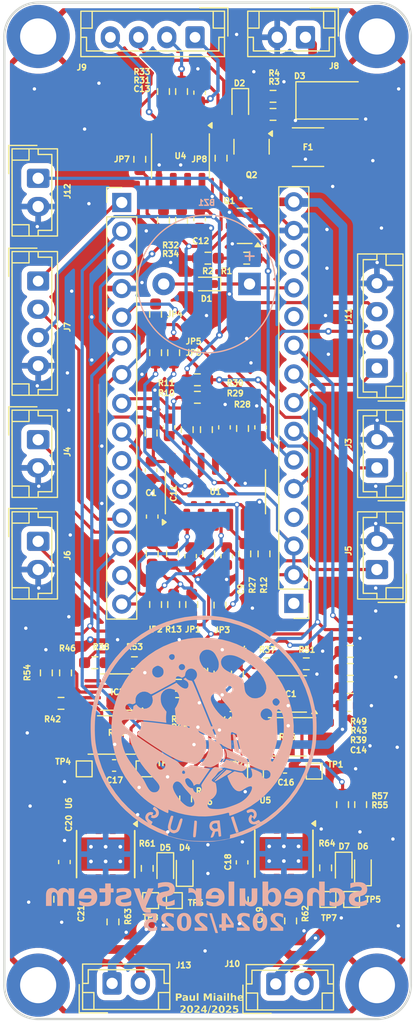
<source format=kicad_pcb>
(kicad_pcb (version 20240108) (generator "pcbnew") (generator_version "8.0")
  (title_block (title "MotorShield controller") (date "2024-06-18") (rev "V°1") (company "Club : PICAS") (comment 1 "Auteur : Paul Miailhe") (comment 2 "Project : Experiment Rocket Sirius "))
  (layers (0 "F.Cu" signal) (1 "In1.Cu" signal) (2 "In2.Cu" signal) (31 "B.Cu" signal) (34 "B.Paste" user) (35 "F.Paste" user) (36 "B.SilkS" user "B.Silkscreen") (37 "F.SilkS" user "F.Silkscreen") (38 "B.Mask" user) (39 "F.Mask" user) (44 "Edge.Cuts" user))
  (net 0 "")
  (net 1 "GND")
  (net 2 "+3.3V")
  (net 3 "/UART1-RX")
  (net 4 "/UART1-TX")
  (net 5 "+3.3V-EXT")
  (net 6 "GNDD-EXT")
  (net 7 "+BATT")
  (net 8 "/OUTA_M2")
  (net 9 "/OUTA_M1")
  (net 10 "VCC")
  (net 11 "Net-(BZ1--)")
  (net 13 "/PWM_2")
  (net 14 "/GPIO{slash}IT_4")
  (net 15 "/GPIO{slash}IT_2")
  (net 18 "/GPIO{slash}IT_1")
  (net 19 "/GPIO{slash}IT_3")
  (net 20 "/PWM_1")
  (net 21 "/ADC15")
  (net 22 "/ENCODER_1B")
  (net 23 "/ADC9")
  (net 24 "/ENCODER_2A")
  (net 26 "+5V")
  (net 27 "/ENCODER_2B")
  (net 28 "/GPIO{slash}IT_5")
  (net 30 "/GPIO{slash}IT_6")
  (net 31 "/UART2-STLINK")
  (net 33 "/Avionic - GPIO/OUT_ISO_N1")
  (net 34 "/Avionic - GPIO/OUT_ISO_N2")
  (net 35 "Net-(Q1-G)")
  (net 36 "/UART1-TX-EXT")
  (net 37 "/UART1-RX-EXT")
  (net 38 "Net-(IC1-~{ALERT})")
  (net 39 "Net-(IC1-RESET)")
  (net 40 "Net-(IC2-~{ALERT})")
  (net 41 "Net-(IC1-IN+)")
  (net 42 "VCCM1")
  (net 43 "Net-(IC1-IN-)")
  (net 44 "Net-(IC1-CMPREF)")
  (net 45 "Net-(IC1-VOUT)")
  (net 46 "Net-(IC1-CMPIN)")
  (net 47 "/OUTB_M1")
  (net 48 "Net-(IC2-RESET)")
  (net 49 "Net-(IC2-IN+)")
  (net 50 "VCCM2")
  (net 51 "Net-(IC2-IN-)")
  (net 52 "Net-(IC2-CMPREF)")
  (net 53 "/OUTB_M2")
  (net 54 "Net-(IC2-VOUT)")
  (net 55 "Net-(IC2-CMPIN)")
  (net 58 "Net-(D2-K)")
  (net 59 "Net-(D4-A)")
  (net 60 "Net-(D6-A)")
  (net 61 "Net-(U4-VOA)")
  (net 62 "Net-(U4-VIA)")
  (net 63 "Net-(U4-VIB)")
  (net 64 "Net-(U4-VOB)")
  (net 65 "Net-(U5-IN1)")
  (net 66 "Net-(U6-IN1)")
  (net 67 "Net-(U5-IN2)")
  (net 68 "Net-(U6-IN2)")
  (net 69 "Net-(U5-nFAULT)")
  (net 70 "Net-(U6-nFAULT)")
  (net 71 "Net-(U5-ISEN)")
  (net 72 "Net-(U6-ISEN)")
  (net 73 "Net-(R17-Pad1)")
  (net 74 "Net-(R29-Pad1)")
  (net 75 "Net-(R22-Pad1)")
  (net 76 "Net-(R27-Pad1)")
  (net 77 "Net-(R28-Pad1)")
  (net 78 "Net-(R30-Pad1)")
  (net 80 "/ENCODER_1A")
  (net 81 "/IN_GPIO{slash}IT_1")
  (net 82 "/IN_GPIO{slash}IT_2")
  (net 83 "/IN_GPIO{slash}IT_3")
  (net 84 "/IN_GPIO{slash}IT_4")
  (net 85 "Net-(Q2-D)")
  (net 86 "Net-(Q2-G)")
  (footprint "Resistor_SMD:R_0603_1608Metric_Pad0.98x0.95mm_HandSolder" (layer "F.Cu") (at 121.125 110.75 180)
    (property "Reference" "R53")
    (property "Value" "10k" (hide yes))
  )
  (footprint "Resistor_SMD:R_0603_1608Metric_Pad0.98x0.95mm_HandSolder" (layer "F.Cu") (at 123 105.6 90)
    (property "Reference" "JP2")
    (property "Value" "SolderJumper" (hide yes))
  )
  (footprint "Resistor_SMD:R_0603_1608Metric_Pad0.98x0.95mm_HandSolder" (layer "F.Cu") (at 122.26 128.9625 90)
    (property "Reference" "R61")
    (property "Value" "750R" (hide yes))
  )
  (footprint "Package_SO:SOIC-14_3.9x8.7mm_P1.27mm" (layer "F.Cu") (at 128.3 95.6125 90)
    (property "Reference" "U1")
    (property "Value" "74HC14" (hide yes))
  )
  (footprint "Resistor_SMD:R_0603_1608Metric_Pad0.98x0.95mm_HandSolder" (layer "F.Cu") (at 125.025 111.15 180)
    (property "Reference" "R45")
    (property "Value" "0R" (hide yes))
  )
  (footprint "Capacitor_SMD:C_0603_1608Metric" (layer "F.Cu") (at 122.6 93.7125 -90)
    (property "Reference" "C1")
    (property "Value" "100nF" (hide yes))
  )
  (footprint "Resistor_SMD:R_0603_1608Metric_Pad0.98x0.95mm_HandSolder" (layer "F.Cu") (at 138.06 128.915 90)
    (property "Reference" "R64")
    (property "Value" "750R" (hide yes))
  )
  (footprint "Capacitor_SMD:C_0603_1608Metric" (layer "F.Cu") (at 140.145 114.55)
    (property "Reference" "C14")
    (property "Value" "100nF" (hide yes))
  )
  (footprint "Connector_JST:JST_EH_B2B-EH-A_1x02_P2.50mm_Vertical" (layer "F.Cu") (at 142.6 102.5 90)
    (property "Reference" "J5")
    (property "Value" "Conn_01x02" (hide yes))
  )
  (footprint "Connector_JST:JST_EH_B2B-EH-A_1x02_P2.50mm_Vertical" (layer "F.Cu") (at 136.271 55.372 180)
    (property "Reference" "J8")
    (property "Value" "Conn_01x02" (hide yes))
  )
  (footprint "Resistor_SMD:R_0603_1608Metric_Pad0.98x0.95mm_HandSolder" (layer "F.Cu") (at 121.6 66.175 -90)
    (property "Reference" "JP7")
    (property "Value" "SolderJumper" (hide yes))
  )
  (footprint "Resistor_SMD:R_0603_1608Metric_Pad0.98x0.95mm_HandSolder" (layer "F.Cu") (at 128.7 105.65 -90)
    (property "Reference" "JP3")
    (property "Value" "SolderJumper" (hide yes))
  )
  (footprint "Resistor_SMD:R_0603_1608Metric_Pad0.98x0.95mm_HandSolder" (layer "F.Cu") (at 124.6 105.6 -90)
    (property "Reference" "R13")
    (property "Value" "10K" (hide yes))
  )
  (footprint "Resistor_SMD:R_0603_1608Metric_Pad0.98x0.95mm_HandSolder" (layer "F.Cu") (at 123 79.9 90)
    (property "Reference" "JP4")
    (property "Value" "SolderJumper" (hide yes))
  )
  (footprint "Resistor_SMD:R_0603_1608Metric_Pad0.98x0.95mm_HandSolder" (layer "F.Cu") (at 125.3 71.575 -90)
    (property "Reference" "R32")
    (property "Value" "0R" (hide yes))
  )
  (footprint "Capacitor_SMD:C_0603_1608Metric" (layer "F.Cu") (at 122.7 97.8125 90)
    (property "Reference" "C11")
    (property "Value" "1uF" (hide yes))
  )
  (footprint "Connector_JST:JST_EH_B4B-EH-A_1x04_P2.50mm_Vertical" (layer "F.Cu") (at 112.6 76.955 -90)
    (property "Reference" "J7")
    (property "Value" "Conn_01x04" (hide yes))
  )
  (footprint "Capacitor_SMD:C_0603_1608Metric" (layer "F.Cu") (at 124.2 89.9125 90)
    (property "Reference" "C6" (hide yes))
    (property "Value" "1uF" (hide yes))
  )
  (footprint "Connector_PinHeader_2.54mm:PinHeader_1x15_P2.54mm_Vertical" (layer "F.Cu") (at 135.24 105.5 180)
    (property "Reference" "J2" (hide yes))
    (property "Value" "Conn_01x15_Socket" (hide yes))
  )
  (footprint "Resistor_SMD:R_0603_1608Metric_Pad0.98x0.95mm_HandSolder" (layer "F.Cu") (at 124.6 83.3 -90)
    (property "Reference" "JP5")
    (property "Value" "SolderJumper" (hide yes))
  )
  (footprint "Diode_SMD:D_SOD-523" (layer "F.Cu") (at 127.508 77.216 180)
    (property "Reference" "D1")
    (property "Value" "1N4148WT" (hide yes))
  )
  (footprint "Capacitor_SMD:C_0603_1608Metric" (layer "F.Cu") (at 126.1 101.3125 -90)
    (property "Reference" "C10" (hide yes))
    (property "Value" "1uF" (hide yes))
  )
  (footprint "Capacitor_SMD:C_0603_1608Metric" (layer "F.Cu") (at 130.66 128.43 90)
    (property "Reference" "C18")
    (property "Value" "100nF" (hide yes))
  )
  (footprint "LED_SMD:LED_0603_1608Metric" (layer "F.Cu") (at 139.66 129.015 -90)
    (property "Reference" "D7")
    (property "Value" "LED-G" (hide yes))
  )
  (footprint "Connector_JST:JST_EH_B2B-EH-A_1x02_P2.50mm_Vertical" (layer "F.Cu") (at 112.6 91 -90)
    (property "Reference" "J4")
    (property "Value" "Conn_01x02" (hide yes))
  )
  (footprint "Package_TO_SOT_SMD:SOT-23" (layer "F.Cu") (at 130.8885 72.07 180)
    (property "Reference" "Q1")
    (property "Value" "BSS138" (hide yes))
  )
  (footprint "Connector_JST:JST_EH_B2B-EH-A_1x02_P2.50mm_Vertical" (layer "F.Cu") (at 119.146 139.146)
    (property "Reference" "J13")
    (property "Value" "Conn_01x02" (hide yes))
  )
  (footprint "Capacitor_SMD:C_0603_1608Metric" (layer "F.Cu") (at 129.3 101.3125 -90)
    (property "Reference" "C9")
    (property "Value" "1uF" (hide yes))
  )
  (footprint "Resistor_SMD:R_0603_1608Metric_Pad0.98x0.95mm_HandSolder" (layer "F.Cu") (at 127.5 90.1125 90)
    (property "Reference" "R29")
    (property "Value" "10K" (hide yes))
  )
  (footprint "Resistor_SMD:R_0603_1608Metric_Pad0.98x0.95mm_HandSolder" (layer "F.Cu") (at 124.06 122.815 -90)
    (property "Reference" "R56")
    (property "Value" "0R" (hide yes))
  )
  (footprint "Capacitor_SMD:C_0603_1608Metric" (layer "F.Cu") (at 134.46 120.015 180)
    (property "Reference" "C16")
    (property "Value" "NC" (hide yes))
  )
  (footprint "Resistor_SMD:R_0603_1608Metric_Pad0.98x0.95mm_HandSolder" (layer "F.Cu") (at 133.4 62.2)
    (property "Reference" "R3")
    (property "Value" "0R" (hide yes))
  )
  (footprint "Resistor_SMD:R_0603_1608Metric_Pad0.98x0.95mm_HandSolder" (layer "F.Cu") (at 123 83.3 -90)
    (property "Reference" "JP6")
    (property "Value" "SolderJumper" (hide yes))
  )
  (footprint "Connector_JST:JST_EH_B4B-EH-A_1x04_P2.50mm_Vertical" (layer "F.Cu") (at 142.6 84.669 90)
    (property "Reference" "J11")
    (property "Value" "Conn_01x04" (hide yes))
  )
  (footprint "Capacitor_SMD:C_0603_1608Metric" (layer "F.Cu") (at 114.925 128.4 90)
    (property "Reference" "C20")
    (property "Value" "100nF" (hide yes))
  )
  (footprint "Resistor_SMD:R_0603_1608Metric_Pad0.98x0.95mm_HandSolder" (layer "F.Cu") (at 140.245 112.95)
    (property "Reference" "R39")
    (property "Value" "10k" (hide yes))
  )
  (footprint "Resistor_SMD:R_0603_1608Metric_Pad0.98x0.95mm_HandSolder" (layer "F.Cu") (at 132.845 110.85 180)
    (property "Reference" "R37")
    (property "Value" "20k" (hide yes))
  )
  (footprint "Connector_JST:JST_EH_B2B-EH-A_1x02_P2.50mm_Vertical" (layer "F.Cu") (at 133.644 139.192)
    (property "Reference" "J10")
    (property "Value" "Conn_01x02" (hide yes))
  )
  (footprint "Package_SO:SOIC-8_3.9x4.9mm_P1.27mm" (layer "F.Cu") (at 125.2 65.875 -90)
    (property "Reference" "U4")
    (property "Value" "ADuM1281" (hide yes))
  )
  (footprint "MountingHole:MountingHole_3.2mm_M3_DIN965_Pad_TopBottom" (layer "F.Cu") (at 112.6 55.3)
    (property "Reference" "REF**" (hide yes))
    (property "Value" "MountingHole_3.2mm_M3_DIN965_Pad_TopBottom" (hide yes))
  )
  (footprint "Resistor_SMD:R_0603_1608Metric_Pad0.98x0.95mm_HandSolder" (layer "F.Cu") (at 129.845 114.55)
    (property "Reference" "R41")
    (property "Value" "0R" (hide yes))
  )
  (footprint "Resistor_SMD:R_0603_1608Metric_Pad0.98x0.95mm_HandSolder" (layer "F.Cu") (at 127.7 101.1125 -90)
    (property "Reference" "R22" (hide yes))
    (property "Value" "10K" (hide yes))
  )
  (footprint "Resistor_SMD:R_0603_1608Metric_Pad0.98x0.95mm_HandSolder" (layer "F.Cu") (at 140.245 109.75 180)
    (property "Reference" "R49")
    (property "Value" "0R" (hide yes))
  )
  (footprint "Connector_JST:JST_EH_B2B-EH-A_1x02_P2.50mm_Vertical" (layer "F.Cu") (at 112.6 67.858 -90)
    (property "Reference" "J12")
    (property "Value" "Conn_01x02" (hide yes))
  )
  (footprint "Connector_JST:JST_EH_B2B-EH-A_1x02_P2.50mm_Vertical" (layer "F.Cu") (at 112.6 100 -90)
    (property "Reference" "J6")
    (property "Value" "Conn_01x02" (hide yes))
  )
  (footprint "Resistor_SMD:R_0603_1608Metric_Pad0.98x0.95mm_HandSolder" (layer "F.Cu") (at 125.025 112.75)
    (property "Reference" "R40")
    (property "Value" "10k" (hide yes))
  )
  (footprint "Resistor_SMD:R_0603_1608Metric_Pad0.98x0.95mm_HandSolder" (layer "F.Cu") (at 123.7 71.575 -90)
    (property "Reference" "R34")
    (property "Value" "0R" (hide yes))
  )
  (footprint "Resistor_SMD:R_0603_1608Metric_Pad0.98x0.95mm_HandSolder" (layer "F.Cu") (at 139.56 123.315 -90)
    (property "Reference" "R55")
    (property "Value" "0R" (hide yes))
  )
  (footprint "Resistor_SMD:R_0603_1608Metric_Pad0.98x0.95mm_HandSolder" (layer "F.Cu") (at 115.025 111.65 90)
    (property "Reference" "R46")
    (property "Value" "43k" (hide yes))
  )
  (footprint "Package_SO:Texas_HTSOP-8-1EP_3.9x4.9mm_P1.27mm_EP2.95x4.9mm_Mask2.4x3.1mm_ThermalVias" (layer "F.Cu") (at 118.575 127.7 -90)
    (property "Reference" "U6")
    (property "Value" "DRV8872DDA" (hide yes))
  )
  (footprint "Resistor_SMD:R_0603_1608Metric_Pad0.98x0.95mm_HandSolder" (layer "F.Cu") (at 122.6 90.4125 90)
    (property "Reference" "R9" (hide yes))
    (property "Value" "10K" (hide yes))
  )
  (footprint "Resistor_SMD:R_0603_1608Metric_Pad0.98x0.95mm_HandSolder" (layer "F.Cu") (at 130.245 111.75 90)
    (property "Reference" "R44")
    (property "Value" "43k" (hide yes))
  )
  (footprint "TestPoint:TestPoint_Pad_1.0x1.0mm" (layer "F.Cu") (at 121.975 120.15)
    (property "Reference" "TP3")
    (property "Value" "TestPoint_Probe" (hide yes))
  )
  (footprint "Fuse:Fuse_1812_4532Metric" (layer "F.Cu") (at 136.5 65.1 180)
    (property "Reference" "F1")
    (property "Value" "Polyfuse" (hide yes))
  )
  (footprint "Capacitor_SMD:C_0603_1608Metric" (layer "F.Cu") (at 126.9 60.275 90)
    (property "Reference" "C13")
    (property "Value" "100nF" (hide yes))
  )
  (footprint "Connector_PinHeader_2.54mm:PinHeader_1x15_P2.54mm_Vertical" (layer "F.Cu") (at 120 70)
    (property "Reference" "J1" (hide yes))
    (property "Value" "Conn_01x15_Socket" (hide yes))
  )
  (footprint "Resistor_SMD:R_0603_1608Metric_Pad0.98x0.95mm_HandSolder" (layer "F.Cu") (at 117.625 110.75 180)
    (property "Reference" "R38")
    (property "Value" "20k" (hide yes))
  )
  (footprint "TestPoint:TestPoint_Pad_1.0x1.0mm" (layer "F.Cu") (at 140.36 131.715)
    (property "Reference" "TP5")
    (property "Value" "TestPoint_Probe" (hide yes))
  )
  (footprint "Package_TO_SOT_SMD:SOT-23" (layer "F.Cu") (at 131.5 65.0625 -90)
    (property "Reference" "Q2")
    (property "Value" "FDN360P" (hide yes))
  )
  (footprint "Diode_SMD:D_SMA" (layer "F.Cu") (at 138.938 60.96)
    (property "Reference" "D3")
    (property "Value" "SMAJ14A" (hide yes))
  )
  (footprint "Resistor_SMD:R_0603_1608Metric_Pad0.98x0.95mm_HandSolder" (layer "F.Cu") (at 124.5 101.1125 -90)
    (property "Reference" "R17" (hide yes))
    (property "Value" "10K" (hide yes))
  )
  (footprint "Resistor_SMD:R_Shunt_Vishay_WSK2512_6332Metric_T1.19mm" (layer "F.Cu") (at 119.525 117.15)
    (property "Reference" "R36")
    (property "Value" "22mR" (hide yes))
  )
  (footprint "Resistor_SMD:R_Shunt_Vishay_WSK2512_6332Metric_T1.19mm" (layer "F.Cu") (at 134.66 117.315)
    (property "Reference" "R35")
    (property "Value" "22mR" (hide yes))
  )
  (footprint "Package_SO:VSSOP-10_3x3mm_P0.5mm" (layer "F.Cu") (at 119.625 113.35 180)
    (property "Reference" "IC2")
    (property "Value" "INA381" (hide yes))
  )
  (footprint "Resistor_SMD:R_0603_1608Metric_Pad0.98x0.95mm_HandSolder" (layer "F.Cu") (at 119.225 133.7 90)
    (property "Reference" "R63")
    (property "Value" "0R" (hide yes))
  )
  (footprint "TestPoint:TestPoint_Pad_1.0x1.0mm" (layer "F.Cu") (at 131.845 120.35)
    (property "Reference" "TP2")
    (property "Value" "TestPoint_Probe" (hide yes))
  )
  (footprint "Package_SO:Texas_HTSOP-8-1EP_3.9x4.9mm_P1.27mm_EP2.95x4.9mm_Mask2.4x3.1mm_ThermalVias" (layer "F.Cu") (at 134.36 127.665 -90)
    (property "Reference" "U5")
    (property "Value" "DRV8872DDA" (hide yes))
  )
  (footprint "Capacitor_SMD:C_0603_1608Metric" (layer "F.Cu") (at 126.9 71.475 -90)
    (property "Reference" "C12")
    (property "Value" "100nF" (hide yes))
  )
  (footprint "Resistor_SMD:R_0603_1608Metric_Pad0.98x0.95mm_HandSolder" (layer "F.Cu") (at 128.7 111.75 -90)
    (property "Reference" "R52")
    (property "Value" "10M" (hide yes))
  )
  (footprint "Resistor_SMD:R_0603_1608Metric_Pad0.98x0.95mm_HandSolder" (layer "F.Cu") (at 133.4 60.6)
    (property "Reference" "R4")
    (property "Value" "1k" (hide yes))
  )
  (footprint "Resistor_SMD:R_0603_1608Metric_Pad0.98x0.95mm_HandSolder" (layer "F.Cu") (at 130.9 101.1125 -90)
    (property "Reference" "R27")
    (property "Value" "10K" (hide yes))
  )
  (footprint "TestPoint:TestPoint_Pad_1.0x1.0mm" (layer "F.Cu") (at 122.56 131.815)
    (property "Reference" "TP8")
    (property "Value" "TestPoint_Probe" (hide yes))
  )
  (footprint "Resistor_SMD:R_0603_1608Metric_Pad0.98x0.95mm_HandSolder" (layer "F.Cu") (at 127.635 74.93)
    (property "Reference" "R2")
    (property "Value" "10k" (hide yes))
  )
  (footprint "Capacitor_SMD:C_0603_1608Metric" (layer "F.Cu") (at 119.325 119.85 180)
    (property "Reference" "C17")
    (property "Value" "NC" (hide yes))
  )
  (footprint "Resistor_SMD:R_0603_1608Metric_Pad0.98x0.95mm_HandSolder" (layer "F.Cu") (at 130.7 90.0125 90)
    (property "Reference" "R28")
    (property "Value" "10K" (hide yes))
  )
  (footprint "Resistor_SMD:R_0603_1608Metric_Pad0.98x0.95mm_HandSolder" (layer "F.Cu") (at 125.8 90.1125 90)
    (property "Reference" "R30")
    (property "Value" "10K" (hide yes))
  )
  (footprint "Capacitor_SMD:C_0603_1608Metric" (layer "F.Cu") (at 124.925 114.35)
    (property "Reference" "C15")
    (property "Value" "100nF" (hide yes))
  )
  (footprint "TestPoint:TestPoint_Pad_1.0x1.0mm" (layer "F.Cu") (at 116.675 120.15)
    (property "Reference" "TP4")
    (property "Value" "TestPoint_Probe" (hide yes))
  )
  (footprint "Capacitor_SMD:C_0805_2012Metric" (layer "F.Cu") (at 130.46 131.755 -90)
    (property "Reference" "C19")
    (property "Value" "47uF" (hide yes))
  )
  (footprint "Resistor_SMD:R_0603_1608Metric_Pad0.98x0.95mm_HandSolder" (layer "F.Cu") (at 126.2 105.6 -90)
    (property "Reference" "JP1")
    (property "Value" "SolderJumper" (hide yes))
  )
  (footprint "Resistor_SMD:R_0603_1608Metric_Pad0.98x0.95mm_HandSolder" (layer "F.Cu") (at 125.66 122.815 -90)
    (property "Reference" "R58")
    (property "Value" "0R" (hide yes))
  )
  (footprint "Resistor_SMD:R_0603_1608Metric_Pad0.98x0.95mm_HandSolder" (layer "F.Cu") (at 113.325 111.65 -90)
    (property "Reference" "R54")
    (property "Value" "10M" (hide yes))
  )
  (footprint "Resistor_SMD:R_0603_1608Metric_Pad0.98x0.95mm_HandSolder" (layer "F.Cu") (at 131.064 74.93 180)
    (property "Reference" "R1")
    (property "Value" "0R" (hide yes))
  )
  (footprint "Capacitor_SMD:C_0805_2012Metric" (layer "F.Cu") (at 114.725 131.7 -90)
    (property "Reference" "C21")
    (property "Value" "47uF" (hide yes))
  )
  (footprint "Resistor_SMD:R_0603_1608Metric_Pad0.98x0.95mm_HandSolder" (layer "F.Cu") (at 123.7 60.175 -90)
    (property "Reference" "R33")
    (property "Value" "0R" (hide yes))
  )
  (footprint "LED_SMD:LED_0603_1608Metric" (layer "F.Cu") (at 123.86 129.0625 -90)
    (property "Reference" "D5")
    (property "Value" "LED-G" (hide yes))
  )
  (footprint "Package_SO:VSSOP-10_3x3mm_P0.5mm" (layer "F.Cu") (at 134.86 113.515 180)
    (property "Reference" "IC1")
    (property "Value" "INA381" (hide yes))
  )
  (footprint "Resistor_SMD:R_0603_1608Metric_Pad0.98x0.95mm_HandSolder" (layer "F.Cu") (at 134.96 133.615 90)
    (property "Reference" "R62")
    (property "Value" "0R" (hide yes))
  )
  (footprint "Resistor_SMD:R_0603_1608Metric_Pad0.98x0.95mm_HandSolder" (layer "F.Cu") (at 125.3 60.175 -90)
    (property "Reference" "R31")
    (property "Value" "0R" (hide yes))
  )
  (footprint "Capacitor_SMD:C_0603_1608Metric" (layer "F.Cu") (at 132.3 89.9125 90)
    (property "Reference" "C8" (hide yes))
    (property "Value" "1uF" (hide yes))
  )
  (footprint "Resistor_SMD:R_0603_1608Metric_Pad0.98x0.95mm_HandSolder" (layer "F.Cu") (at 122.7 101.1125 90)
    (property "Reference" "R14" (hide yes))
    (property "Value" "10K" (hide yes))
  )
  (footprint "Resistor_SMD:R_0603_1608Metric_Pad0.98x0.95mm_HandSolder" (layer "F.Cu") (at 141.16 123.315 -90)
    (property "Reference" "R57")
    (property "Value" "0R" (hide yes))
  )
  (footprint "Resistor_SMD:R_0603_1608Metric_Pad0.98x0.95mm_HandSolder" (layer "F.Cu") (at 125.025 109.55 180)
    (property "Reference" "R50")
    (property "Value" "0R" (hide yes))
  )
  (footprint "Resistor_SMD:R_0603_1608Metric_Pad0.98x0.95mm_HandSolder" (layer "F.Cu") (at 126.7 87.25)
    (property "Reference" "R10")
    (property "Value" "10K" (hide yes))
  )
  (footprint "TestPoint:TestPoint_Pad_1.0x1.0mm" (layer "F.Cu") (at 138.26 131.715)
    (property "Reference" "TP7")
    (property "Value" "TestPoint_Probe" (hide yes))
  )
  (footprint "LED_SMD:LED_0603_1608Metric" (layer "F.Cu") (at 125.575 129.0625 90)
    (property "Reference" "D4")
    (property "Value" "LED-R" (hide yes))
  )
  (footprint "Resistor_SMD:R_0603_1608Metric_Pad0.98x0.95mm_HandSolder" (layer "F.Cu") (at 136.345 110.85 180)
    (property "Reference" "R51")
    (property "Value" "10k" (hide yes))
  )
  (footprint "Connector_JST:JST_EH_B2B-EH-A_1x02_P2.50mm_Vertical" (layer "F.Cu") (at 142.6 93.5 90)
    (property "Reference" "J3")
    (property "Value" "Conn_01x02" (hide yes))
  )
  (footprint "MountingHole:MountingHole_3.2mm_M3_DIN965_Pad_TopBottom" (layer "F.Cu") (at 142.6 55.3)
    (property "Reference" "REF**" (hide yes))
    (property "Value" "MountingHole_3.2mm_M3_DIN965_Pad_TopBottom" (hide yes))
  )
  (footprint "Resistor_SMD:R_0603_1608Metric_Pad0.98x0.95mm_HandSolder" (layer "F.Cu") (at 132.6 101.1125 90)
    (property "Reference" "R12")
    (property "Value" "10K" (hide yes))
  )
  (footprint "MountingHole:MountingHole_3.2mm_M3_DIN965_Pad_TopBottom" (layer "F.Cu") (at 142.6 139.3)
    (property "Reference" "REF**" (hide yes))
    (property "Value" "MountingHole_3.2mm_M3_DIN965_Pad_TopBottom" (hide yes))
  )
  (footprint "Capacitor_SMD:C_0603_1608Metric" (layer "F.Cu") (at 129.1 89.9125 90)
    (property "Reference" "C7" (hide yes))
    (property "Value" "1uF" (hide yes))
  )
  (footprint "TestPoint:TestPoint_Pad_1.0x1.0mm" (layer "F.Cu") (at 137.045 120.35)
    (property "Reference" "TP1")
    (property "Value" "TestPoint_Probe" (hide yes))
  )
  (footprint "Resistor_SMD:R_0603_1608Metric_Pad0.98x0.95mm_HandSolder" (layer "F.Cu") (at 114.625 114.35)
    (property "Reference" "R42")
    (property "Value" "0R" (hide yes))
  )
  (footprint "Resistor_SMD:R_0603_1608Metric_Pad0.98x0.95mm_HandSolder" (layer "F.Cu") (at 128.8 66.075 -90)
    (property "Reference" "JP8")
    (property "Value" "SolderJumper" (hide yes))
  )
  (footprint "Resistor_SMD:R_0603_1608Metric_Pad0.98x0.95mm_HandSolder" (layer "F.Cu") (at 140.245 111.35 180)
    (property "Reference" "R43")
    (property "Value" "0R" (hide yes))
  )
  (footprint "TestPoint:TestPoint_Pad_1.0x1.0mm" (layer "F.Cu") (at 124.66 131.815)
    (property "Reference" "TP6")
    (property "Value" "TestPoint_Probe" (hide yes))
  )
  (footprint "LED_SMD:LED_0603_1608Metric" (layer "F.Cu") (at 141.36 129.015 90)
    (property "Reference" "D6")
    (property "Value" "LED-R" (hide yes))
  )
  (footprint "Connector_JST:JST_EH_B4B-EH-A_1x04_P2.50mm_Vertical" (layer "F.Cu") (at 126.492 55.372 180)
    (property "Reference" "J9")
    (property "Value" "Conn_01x04" (hide yes))
  )
  (footprint "MountingHole:MountingHole_3.2mm_M3_DIN965_Pad_TopBottom" (layer "F.Cu") (at 112.6 139.3)
    (property "Reference" "REF**" (hide yes))
    (property "Value" "MountingHole_3.2mm_M3_DIN965_Pad_TopBottom" (hide yes))
  )
  (footprint "Resistor_SMD:R_0603_1608Metric_Pad0.98x0.95mm_HandSolder" (layer "F.Cu") (at 126.7 85.7)
    (property "Reference" "R11")
    (property "Value" "10K" (hide yes))
  )
  (footprint "LED_SMD:LED_0603_1608Metric" (layer "F.Cu") (at 130.5 61.4 -90)
    (property "Reference" "D2")
    (property "Value" "LED" (hide yes))
  )
  (footprint "LOGO" (layer "B.Cu") (at 127.253753 117.133977 180)
    (property "Reference" "G***")
    (property "Value" "LOGO" (hide yes))
  )
  (footprint "Buzzer_Beeper:Buzzer_12x9.5RM7.6" (layer "B.Cu") (at 131.318 77.216 180)
    (property "Reference" "BZ1")
    (property "Value" "Buzzer")
  )
  (gr_line (start 109.6 55.3) (end 109.6 139.3) (stroke (width 0.2)) (layer "Edge.Cuts"))
  (gr_arc (start 109.6 55.3) (mid 110.47868 53.17868) (end 112.6 52.3) (stroke (width 0.2)) (layer "Edge.Cuts"))
  (gr_arc (start 145.6 139.299999) (mid 144.72132 141.42132) (end 142.599999 142.3) (stroke (width 0.2)) (layer "Edge.Cuts"))
  (gr_arc (start 112.6 142.3) (mid 110.47868 141.42132) (end 109.6 139.3) (stroke (width 0.2)) (layer "Edge.Cuts"))
  (gr_arc (start 142.599999 52.3) (mid 144.72132 53.17868) (end 145.6 55.300001) (stroke (width 0.2)) (layer "Edge.Cuts"))
  (gr_line (start 112.6 142.3) (end 142.599999 142.3) (stroke (width 0.2)) (layer "Edge.Cuts"))
  (gr_line (start 145.6 139.299999) (end 145.6 55.300001) (stroke (width 0.2)) (layer "Edge.Cuts"))
  (gr_line (start 142.599999 52.3) (end 112.6 52.3) (stroke (width 0.2)) (layer "Edge.Cuts"))
  (gr_text "2024/2025" (at 128.143 133.858 0) (layer "B.SilkS") (effects (font (size 1.524 1.524) (thickness 0.3) (bold yes)) (justify mirror)))
  (gr_text "Scheduler System" (at 127.508 131.445 0) (layer "B.SilkS") (effects (font (size 2.032 2.032) (thickness 0.3) (bold yes)) (justify mirror)))
  (gr_text "Paul Miailhe\n2024/2025" (at 127.762 141.859 0) (layer "F.SilkS") (effects (font (size 0.635 0.635) (thickness 0.15875) (bold yes)) (justify bottom)))
  (segment (start 134.3125 62.2) (end 134.3125 60.6) (width 0.2794) (layer "F.Cu") (net 1))
  (segment (start 142.113 114.554) (end 140.924 114.554) (width 0.2794) (layer "F.Cu") (net 1))
  (segment (start 122.6 94.4875) (end 122.6 95.676) (width 0.2794) (layer "F.Cu") (net 1))
  (segment (start 129.1 87.943) (end 129.1 89.1375) (width 0.2794) (layer "F.Cu") (net 1))
  (segment (start 137.795 109.728) (end 137.795 110.3125) (width 0.2794) (layer "F.Cu") (net 1))
  (segment (start 136.316 124.841) (end 136.265 124.79) (width 0.2794) (layer "F.Cu") (net 1))
  (segment (start 137.287 111.76) (end 137.2575 111.7305) (width 0.2794) (layer "F.Cu") (net 1))
  (segment (start 134.8505 62.738) (end 134.3125 62.2) (width 0.2794) (layer "F.Cu") (net 1))
  (segment (start 122.7 95.776) (end 122.682 95.758) (width 0.2794) (layer "F.Cu") (net 1))
  (segment (start 137.287 111.76) (end 137.287 112.288) (width 0.2794) (layer "F.Cu") (net 1))
  (segment (start 112.649 93.549) (end 112.6 93.5) (width 0.2794) (layer "F.Cu") (net 1))
  (segment (start 130.66 126.642) (end 130.683 126.619) (width 0.2) (layer "F.Cu") (net 1))
  (segment (start 123.8085 89.1375) (end 124.2 89.1375) (width 0.2794) (layer "F.Cu") (net 1))
  (segment (start 137.795 110.3125) (end 137.2575 110.85) (width 0.2794) (layer "F.Cu") (net 1))
  (segment (start 112.522 84.533) (end 112.6 84.455) (width 0.2794) (layer "F.Cu") (net 1))
  (segment (start 142.621 75.311) (end 142.621 77.148) (width 0.2794) (layer "F.Cu") (net 1))
  (segment (start 128.905 110.6325) (end 128.7 110.8375) (width 0.2794) (layer "F.Cu") (net 1))
  (segment (start 127.889 72.263) (end 126.913 72.263) (width 0.2794) (layer "F.Cu") (net 1))
  (segment (start 126.873 114.3) (end 126.823 114.35) (width 0.2794) (layer "F.Cu") (net 1))
  (segment (start 132.207 96.52) (end 132.11 96.617) (width 0.2794) (layer "F.Cu") (net 1))
  (segment (start 142.6 89.302) (end 142.6 91) (width 0.2794) (layer "F.Cu") (net 1))
  (segment (start 141.605 61.627) (end 140.938 60.96) (width 0.2794) (layer "F.Cu") (net 1))
  (segment (start 126.1 102.732) (end 126.1 102.0875) (width 0.2794) (layer "F.Cu") (net 1))
  (segment (start 142.494 99.894) (end 142.6 100) (width 0.2794) (layer "F.Cu") (net 1))
  (segment (start 122.6 95.676) (end 122.682 95.758) (width 0.2794) (layer "F.Cu") (net 1))
  (segment (start 112.522 72.136) (end 112.6 72.058) (width 0.2794) (layer "F.Cu") (net 1))
  (segment (start 126.746 103.378) (end 126.1 102.732) (width 0.2794) (layer "F.Cu") (net 1))
  (segment (start 133.88 71.12) (end 135.24 72.48) (width 0.2794) (layer "F.Cu") (net 1))
  (segment (start 132.11 96.617) (end 132.11 98.0875) (width 0.2794) (layer "F.Cu") (net 1))
  (segment (start 120.396 134.62) (end 120.3885 134.6125) (width 0.2794) (layer "F.Cu") (net 1))
  (segment (start 120.3885 134.6125) (end 119.225 134.6125) (width 0.2794) (layer "F.Cu") (net 1))
  (segment (start 125.095 108.712) (end 125.933 109.55) (width 0.2794) (layer "F.Cu") (net 1))
  (segment (start 112.522 86.233) (end 112.522 84.533) (width 0.2794) (layer "F.Cu") (net 1))
  (segment (start 122.7 97.0375) (end 122.7 95.776) (width 0.2794) (layer "F.Cu") (net 1))
  (segment (start 114.935 126.492) (end 114.935 127.615) (width 0.2794) (layer "F.Cu") (net 1))
  (segment (start 112.649 104.14) (end 112.649 102.549) (width 0.2794) (layer "F.Cu") (net 1))
  (segment (start 113.284 109.601) (end 113.325 109.642) (width 0.2794) (layer "F.Cu") (net 1))
  (segment (start 129.159 87.884) (end 129.1 87.943) (width 0.2794) (layer "F.Cu") (net 1))
  (segment (start 141.097 108.585) (end 141.1575 108.6455) (width 0.2794) (layer "F.Cu") (net 1))
  (segment (start 137.668 125.476) (end 137.033 124.841) (width 0.2794) (layer "F.Cu") (net 1))
  (segment (start 130.429 133.858) (end 130.46 133.827) (width 0.2794) (layer "F.Cu") (net 1))
  (segment (start 137.287 112.288) (end 137.06 112.515) (width 0.2794) (layer "F.Cu") (net 1))
  (segment (start 122.047 111.633) (end 122.047 112.128) (width 0.2794) (layer "F.Cu") (net 1))
  (segment (start 131.953 88.011) (end 132.3 88.358) (width 0.2794) (layer "F.Cu") (net 1))
  (segment (start 141.1575 108.6455) (end 141.1575 109.75) (width 0.2794) (layer "F.Cu") (net 1))
  (segment (start 126.913 72.263) (end 126.9 72.25) (width 0.2794) (layer "F.Cu") (net 1))
  (segment (start 125.933 109.55) (end 125.9375 109.55) (width 0.2794) (layer "F.Cu") (net 1))
  (segment (start 135.382 62.738) (end 134.8505 62.738) (width 0.2794) (layer "F.Cu") (net 1))
  (segment (start 130.683 126.619) (end 130.683 127.632) (width 0.2) (layer "F.Cu") (net 1))
  (segment (start 121.412 124.206) (end 120.793 124.825) (width 0.2794) (layer "F.Cu") (net 1))
  (segment (start 140.924 114.554) (end 140.92 114.55) (width 0.2794) (layer "F.Cu") (net 1))
  (segment (start 137.033 124.841) (end 136.316 124.841) (width 0.2794) (layer "F.Cu") (net 1))
  (segment (start 141.605 62.611) (end 141.605 61.627) (width 0.2794) (layer "F.Cu") (net 1))
  (segment (start 142.494 98.425) (end 142.494 99.894) (width 0.2794) (layer "F.Cu") (net 1))
  (segment (start 137.2575 111.7305) (end 137.2575 110.85) (width 0.2794) (layer "F.Cu") (net 1))
  (segment (start 131.826 71.12) (end 133.88 71.12) (width 0.2794) (layer "F.Cu") (net 1))
  (segment (start 122.936 88.265) (end 123.8085 89.1375) (width 0.2794) (layer "F.Cu") (net 1))
  (segment (start 128.905 109.601) (end 128.905 110.6325) (width 0.2794) (layer "F.Cu") (net 1))
  (segment (start 122.0375 111.6235) (end 122.0375 110.75) (width 0.2794) (layer "F.Cu") (net 1))
  (segment (start 142.621 77.148) (end 142.6 77.169) (width 0.2794) (layer "F.Cu") (net 1))
  (segment (start 131.826 71.12) (end 130.556 69.85) (width 0.2794) (layer "F.Cu") (net 1))
  (segment (start 126.823 114.35) (end 125.7 114.35) (width 0.2794) (layer "F.Cu") (net 1))
  (segment (start 136.144 134.493) (end 136.1095 134.5275) (width 0.2) (layer "F.Cu") (net 1))
  (segment (start 130.556 69.85) (end 130.556 69.596) (width 0.2794) (layer "F.Cu") (net 1))
  (segment (start 129.286 102.1015) (end 129.3 102.0875) (width 0.2794) (layer "F.Cu") (net 1))
  (segment (start 114.935 127.615) (end 114.925 127.625) (width 0.2794) (layer "F.Cu") (net 1))
  (segment (start 130.46 133.827) (end 130.46 132.705) (width 0.2794) (layer "F.Cu") (net 1))
  (segment (start 134.366 59.309) (end 134.366 60.5465) (width 0.2794) (layer "F.Cu") (net 1))
  (segment (start 122.047 112.128) (end 121.825 112.35) (width 0.2794) (layer "F.Cu") (net 1))
  (segment (start 112.6 72.058) (end 112.6 70.358) (width 0.2794) (layer "F.Cu") (net 1))
  (segment (start 132.3 88.358) (end 132.3 89.1375) (width 0.2794) (layer "F.Cu") (net 1))
  (segment (start 129.286 103.378) (end 129.286 102.1015) (width 0.2794) (layer "F.Cu") (net 1))
  (segment (start 123.317 66.675) (end 123.317 68.328) (width 0.2794) (layer "F.Cu") (net 1))
  (segment (start 112.649 95.123) (end 112.649 93.549) (width 0.2794) (layer "F.Cu") (net 1))
  (segment (start 122.047 111.633) (end 122.0375 111.6235) (width 0.2794) (layer "F.Cu") (net 1))
  (segment (start 130.683 127.632) (end 130.66 127.655) (width 0.2) (layer "F.Cu") (net 1))
  (segment (start 123.317 68.328) (end 123.295 68.35) (width 0.2794) (layer "F.Cu") (net 1))
  (segment (start 114.681 132.694) (end 114.725 132.65) (width 0.2794) (layer "F.Cu") (net 1))
  (segment (start 142.621 89.281) (end 142.6 89.302) (width 0.2794) (layer "F.Cu") (net 1))
  (segment (start 134.366 60.5465) (end 134.3125 60.6) (width 0.2794) (layer "F.Cu") (net 1))
  (segment (start 114.681 133.731) (end 114.681 132.694) (width 0.2794) (layer "F.Cu") (net 1))
  (segment (start 120.793 124.825) (end 120.48 124.825) (width 0.2794) (layer "F.Cu") (net 1))
  (segment (start 136.1095 134.5275) (end 134.96 134.5275) (width 0.2) (layer "F.Cu") (net 1))
  (segment (start 112.649 102.549) (end 112.6 102.5) (width 0.2794) (layer "F.Cu") (net 1))
  (segment (start 113.325 109.642) (end 113.325 110.7375) (width 0.2794) (layer "F.Cu") (net 1))
  (via (at 142.494 98.425) (size 0.6) (drill 0.3) (layers "F.Cu" "B.Cu") (net 1))
  (via (at 130.429 133.858) (size 0.6) (drill 0.3) (layers "F.Cu" "B.Cu") (net 1))
  (via (at 138.049 80.01) (size 0.6) (drill 0.3) (layers "F.Cu" "B.Cu") (net 1))
  (via (at 130.175 55.118) (size 0.6) (drill 0.3) (layers "F.Cu" "B.Cu") (net 1))
  (via (at 131.064 82.042) (size 0.6) (drill 0.3) (layers "F.Cu" "B.Cu") (net 1))
  (via (at 115.316 106.68) (size 0.6) (drill 0.3) (layers "F.Cu" "B.Cu") (net 1))
  (via (at 134.747 114.554) (size 0.6) (drill 0.3) (layers "F.Cu" "B.Cu") (net 1))
  (via (at 122.047 111.633) (size 0.6) (drill 0.3) (layers "F.Cu" "B.Cu") (net 1))
  (via (at 122.936 88.265) (size 0.6) (drill 0.3) (layers "F.Cu" "B.Cu") (net 1))
  (via (at 115.57 77.851) (size 0.6) (drill 0.3) (layers "F.Cu" "B.Cu") (net 1))
  (via (at 143.002 72.263) (size 0.6) (drill 0.3) (layers "F.Cu" "B.Cu") (net 1))
  (via (at 142.621 75.311) (size 0.6) (drill 0.3) (layers "F.Cu" "B.Cu") (net 1))
  (via (at 111.887 123.444) (size 0.6) (drill 0.3) (layers "F.Cu" "B.Cu") (net 1))
  (via (at 115.443 99.441) (size 0.6) (drill 0.3) (layers "F.Cu" "B.Cu") (net 1))
  (via (at 121.412 124.206) (size 0.6) (drill 0.3) (layers "F.Cu" "B.Cu") (net 1))
  (via (at 117.348 80.137) (size 0.6) (drill 0.3) (layers "F.Cu" "B.Cu") (net 1))
  (via (at 141.986 118.11) (size 0.6) (drill 0.3) (layers "F.Cu" "B.Cu") (net 1))
  (via (at 141.097 108.585) (size 0.6) (drill 0.3) (layers "F.Cu" "B.Cu") (net 1))
  (via (at 128.905 109.601) (size 0.6) (drill 0.3) (layers "F.Cu" "B.Cu") (net 1))
  (via (at 131.699 58.42) (size 0.6) (drill 0.3) (layers "F.Cu" "B.Cu") (net 1))
  (via (at 117.983 59.436) (size 0.6) (drill 0.3) (layers "F.Cu" "B.Cu") (net 1))
  (via (at 121.793 77.089) (size 0.6) (drill 0.3) (layers "F.Cu" "B.Cu") (net 1))
  (via (at 126.746 58.166) (size 0.6) (drill 0.3) (layers "F.Cu" "B.Cu") (net 1))
  (via (at 144.493664 134.045788) (size 0.6) (drill 0.3) (layers "F.Cu" "B.Cu") (net 1))
  (via (at 123.698 133.985) (size 0.6) (drill 0.3) (layers "F.Cu" "B.Cu") (net 1))
  (via (at 135.382 62.738) (size 0.6) (drill 0.3) (layers "F.Cu" "B.Cu") (net 1))
  (via (at 142.494 95.123) (size 0.6) (drill 0.3) (layers "F.Cu" "B.Cu") (net 1))
  (via (at 116.713 63.5) (size 0.6) (drill 0.3) (layers "F.Cu" "B.Cu") (net 1))
  (via (at 129.54 78.105) (size 0.6) (drill 0.3) (layers "F.Cu" "B.Cu") (net 1))
  (via (at 132.207 96.52) (size 0.6) (drill 0.3) (layers "F.Cu" "B.Cu") (net 1))
  (via (at 142.113 114.554) (size 0.6) (drill 0.3) (layers "F.Cu" "B.Cu") (net 1))
  (via (at 141.097 125.73) (size 0.6) (drill 0.3) (layers "F.Cu" "B.Cu") (net 1))
  (via (at 128.651 116.713) (size 0.6) (drill 0.3) (layers "F.Cu" "B.Cu") (net 1))
  (via (at 131.445 84.201) (size 0.6) (drill 0.3) (layers "F.Cu" "B.Cu") (net 1))
  (via (at 127.889 72.263) (size 0.6) (drill 0.3) (layers "F.Cu" "B.Cu") (net 1))
  (via (at 112.522 72.136) (size 0.6) (drill 0.3) (layers "F.Cu" "B.Cu") (net 1))
  (via (at 112.522 86.233) (size 0.6) (drill 0.3) (layers "F.Cu" "B.Cu") (net 1))
  (via (at 122.682 95.758) (size 0.6) (drill 0.3) (layers "F.Cu" "B.Cu") (net 1))
  (via (at 129.286 103.378) (size 0.6) (drill 0.3) (layers "F.Cu" "B.Cu") (net 1))
  (via (at 115.316 88.392) (size 0.6) (drill 0.3) (layers "F.Cu" "B.Cu") (net 1))
  (via (at 123.317 66.675) (size 0.6) (drill 0.3) (layers "F.Cu" "B.Cu") (net 1))
  (via (at 142.494 104.14) (size 0.6) (drill 0.3) (layers "F.Cu" "B.Cu") (net 1))
  (via (at 130.683 126.619) (size 0.6) (drill 0.3) (layers "F.Cu" "B.Cu") (net 1))
  (via (at 136.144 134.493) (size 0.6) (drill 0.3) (layers "F.Cu" "B.Cu") (net 1))
  (via (at 142.621 89.281) (size 0.6) (drill 0.3) (layers "F.Cu" "B.Cu") (net 1))
  (via (at 144.272 112.014) (size 0.6) (drill 0.3) (layers "F.Cu" "B.Cu") (net 1))
  (via (at 126.873 114.3) (size 0.6) (drill 0.3) (layers "F.Cu" "B.Cu") (net 1))
  (via (at 136.271 66.167) (size 0.6) (drill 0.3) (layers "F.Cu" "B.Cu") (net 1))
  (via (at 131.572 105.918) (size 0.6) (drill 0.3) (layers "F.Cu" "B.Cu") (net 1))
  (via (at 127.635 129.413) (size 0.6) (drill 0.3) (layers "F.Cu" "B.Cu") (net 1))
  (via (at 127.635 126.873) (size 0.6) (drill 0.3) (layers "F.Cu" "B.Cu") (net 1))
  (via (at 114.935 126.492) (size 0.6) (drill 0.3) (layers "F.Cu" "B.Cu") (net 1))
  (via (at 134.366 59.309) (size 0.6) (drill 0.3) (layers "F.Cu" "B.Cu") (net 1))
  (via (at 129.794 73.66) (size 0.6) (drill 0.3) (layers "F.Cu" "B.Cu") (net 1))
  (via (at 138.303 83.439) (size 0.6) (drill 0.3) (layers "F.Cu" "B.Cu") (net 1))
  (via (at 114.935 121.285) (size 0.6) (drill 0.3) (layers "F.Cu" "B.Cu") (net 1))
  (via (at 134.747 116.332) (size 0.6) (drill 0.3) (layers "F.Cu" "B.Cu") (net 1))
  (via (at 144.018 126.365) (size 0.6) (drill 0.3) (layers "F.Cu" "B.Cu") (net 1))
  (via (at 130.937 94.869) (size 0.6) (drill 0.3) (layers "F.Cu" "B.Cu") (net 1))
  (via (at 129.54 70.866) (size 0.6) (drill 0.3) (layers "F.Cu" "B.Cu") (net 1))
  (via (at 119.634 108.712) (size 0.6) (drill 0.3) (layers "F.Cu" "B.Cu") (net 1))
  (via (at 127.381 136.271) (size 0.6) (drill 0.3) (layers "F.Cu" "B.Cu") (net 1))
  (via (at 114.681 133.731) (size 0.6) (drill 0.3) (layers "F.Cu" "B.Cu") (net 1))
  (via (at 137.287 111.76) (size 0.6) (drill 0.3) (layers "F.Cu" "B.Cu") (net 1))
  (via (at 126.746 116.459) (size 0.6) (drill 0.3) (layers "F.Cu" "B.Cu") (net 1))
  (via (at 139.446 133.35) (size 0.6) (drill 0.3) (layers "F.Cu" "B.Cu") (net 1))
  (via (at 112.649 104.14) (size 0.6) (drill 0.3) (layers "F.Cu" "B.Cu") (net 1))
  (via (at 144.526 59.944) (size 0.6) (drill 0.3) (layers "F.Cu" "B.Cu") (net 1))
  (via (at 120.396 134.62) (size 0.6) (drill 0.3) (layers "F.Cu" "B.Cu") (net 1))
  (via (at 118.237 91.567) (size 0.6) (drill 0.3) (layers "F.Cu" "B.Cu") (net 1))
  (via (at 121.539 121.793) (size 0.6) (drill 0.3) (layers "F.Cu" "B.Cu") (net 1))
  (via (at 137.668 125.476) (size 0.6) (drill 0.3) (layers "F.Cu" "B.Cu") (net 1))
  (via (at 117.221 108.712) (size 0.6) (drill 0.3) (layers "F.Cu" "B.Cu") (net 1))
  (via (at 125.222 66.675) (size 0.6) (drill 0.3) (layers "F.Cu" "B.Cu") (net 1))
  (via (at 128.016 69.469) (size 0.6) (drill 0.3) (layers "F.Cu" "B.Cu") (net 1))
  (via (at 112.649 95.123) (size 0.6) (drill 0.3) (layers "F.Cu" "B.Cu") (net 1))
  (via (at 138.176 72.39) (size 0.6) (drill 0.3) (layers "F.Cu" "B.Cu") (net 1))
  (via (at 137.795 109.728) (size 0.6) (drill 0.3) (layers "F.Cu" "B.Cu") (net 1))
  (via (at 130.937 122.174) (size 0.6) (drill 0.3) (layers "F.Cu" "B.Cu") (net 1))
  (via (at 117.094 70.104) (size 0.6) (drill 0.3) (layers "F.Cu" "B.Cu") (net 1))
  (via (at 112.268 59.944) (size 0.6) (drill 0.3) (layers "F.Cu" "B.Cu") (net 1))
  (via (at 130.556 69.596) (size 0.6) (drill 0.3) (layers "F.Cu" "B.Cu") (net 1))
  (via (at 140.716 120.142) (size 0.6) (drill 0.3) (layers "F.Cu" "B.Cu") (net 1))
  (via (at 131.953 88.011) (size 0.6) (drill 0.3) (layers "F.Cu" "B.Cu") (net 1))
  (via (at 138.684 68.58) (size 0.6) (drill 0.3) (layers "F.Cu" "B.Cu") (net 1))
  (via (at 137.033 88.265) (size 0.6) (drill 0.3) (layers "F.Cu" "B.Cu") (net 1))
  (via (at 144.399 118.237) (size 0.6) (drill 0.3) (layers "F.Cu" "B.Cu") (net 1))
  (via (at 121.793 85.217) (size 0.6) (drill 0.3) (layers "F.Cu" "B.Cu") (net 1))
  (via (at 111.633 116.967) (size 0.6) (drill 0.3) (layers "F.Cu" "B.Cu") (net 1))
  (via (at 122.174 72.517) (size 0.6) (drill 0.3) (layers "F.Cu" "B.Cu") (net 1))
  (via (at 117.348 83.947) (size 0.6) (drill 0.3) (layers "F.Cu" "B.Cu") (net 1))
  (via (at 129.159 87.884) (size 0.6) (drill 0.3) (layers "F.Cu" "B.Cu") (net 1))
  (via (at 124.333 75.311) (size 0.6) (drill 0.3) (layers "F.Cu" "B.Cu") (net 1))
  (via (at 142.24 66.294) (size 0.6) (drill 0.3) (layers "F.Cu" "B.Cu") (net 1))
  (via (at 111.76 131.953) (size 0.6) (drill 0.3) (layers "F.Cu" "B.Cu") (net 1))
  (via (at 111.506 107.696) (size 0.6) (drill 0.3) (layers "F.Cu" "B.Cu") (net 1))
  (via (at 124.079 125.73) (size 0.6) (drill 0.3) (layers "F.Cu" "B.Cu") (net 1))
  (via (at 119.38 117.983) (size 0.6) (drill 0.3) (layers "F.Cu" "B.Cu") (net 1))
  (via (at 122.936 86.614) (size 0.6) (drill 0.3) (layers "F.Cu" "B.Cu") (net 1))
  (via (at 127.508 80.01) (size 0.6) (drill 0.3) (layers "F.Cu" "B.Cu") (net 1))
  (via (at 125.095 108.712) (size 0.6) (drill 0.3) (layers "F.Cu" "B.Cu") (net 1))
  (via (at 141.605 62.611) (size 0.6) (drill 0.3) (layers "F.Cu" "B.Cu") (net 1))
  (via (at 113.284 109.601) (size 0.6) (drill 0.3) (layers "F.Cu" "B.Cu") (net 1))
  (via (at 115.189 85.09) (size 0.6) (drill 0.3) (layers "F.Cu" "B.Cu") (net 1))
  (via (at 126.746 103.378) (size 0.6) (drill 0.3) (layers "F.Cu" "B.Cu") (net 1))
  (via (at 118.237 96.647) (size 0.6) (drill 0.3) (layers "F.Cu" "B.Cu") (net 1))
  (via (at 142.494 106.172) (size 0.6) (drill 0.3) (layers "F.Cu" "B.Cu") (net 1))
  (via (at 138.176 75.819) (size 0.6) (drill 0.3) (layers "F.Cu" "B.Cu") (net 1))
  (segment (start 136.7 109) (end 136.7 108.8) (width 0.2794) (layer "F.Cu") (net 2))
  (segment (start 120.95 113.85) (end 120.5 113.4) (width 0.2794) (layer "F.Cu") (net 2))
  (segment (start 124.6 104.4) (end 124.6 104.6875) (width 0.2794) (layer "F.Cu") (net 2))
  (segment (start 136.115 114.015) (end 137.06 114.015) (width 0.2794) (layer "F.Cu") (net 2))
  (segment (start 131.9325 110.5675) (end 131.9325 110.85) (width 0.2794) (layer "F.Cu") (net 2))
  (segment (start 125.8 85.6875) (end 125.7875 85.7) (width 0.2794) (layer "F.Cu") (net 2))
  (segment (start 135.7 112.3) (end 135.7 113.6) (width 0.2794) (layer "F.Cu") (net 2))
  (segment (start 132.7 109.8) (end 131.9325 110.5675) (width 0.2794) (layer "F.Cu") (net 2))
  (segment (start 122.8 92.7375) (end 122.8 91.3375) (width 0.2794) (layer "F.Cu") (net 2))
  (segment (start 131.533 78.867) (end 141.798 78.867) (width 0.2794) (layer "F.Cu") (net 2))
  (segment (start 124.15 114.35) (end 125.75 112.75) (width 0.2794) (layer "F.Cu") (net 2))
  (segment (start 136.271 108.204) (end 136.7 107.775) (width 0.2794) (layer "F.Cu") (net 2))
  (segment (start 124.95 87.25) (end 125.7875 87.25) (width 0.2794) (layer "F.Cu") (net 2))
  (segment (start 138.545 114.55) (end 138.01 114.015) (width 0.2794) (layer "F.Cu") (net 2))
  (segment (start 125.4 95.8) (end 124.49 94.89) (width 0.2794) (layer "F.Cu") (net 2))
  (segment (start 128.651 81.749) (end 131.533 78.867) (width 0.2794) (layer "F.Cu") (net 2))
  (segment (start 135.24 100.42) (end 133.8 98.98) (width 0.2794) (layer "F.Cu") (net 2))
  (segment (start 120.5 113.4) (end 120.5 112.2) (width 0.2794) (layer "F.Cu") (net 2))
  (segment (start 125.2 103.8) (end 124.6 104.4) (width 0.2794) (layer "F.Cu") (net 2))
  (segment (start 125.95 112.75) (end 125.9375 112.75) (width 0.2794) (layer "F.Cu") (net 2))
  (segment (start 136.7 108.8) (end 135.7 109.8) (width 0.2794) (layer "F.Cu") (net 2))
  (segment (start 122.725 102.025) (end 122.7 102.025) (width 0.2794) (layer "F.Cu") (net 2))
  (segment (start 133.535 102.96) (end 132.6 102.025) (width 0.2794) (layer "F.Cu") (net 2))
  (segment (start 133.8 98.98) (end 133.8 96.9) (width 0.2794) (layer "F.Cu") (net 2))
  (segment (start 141.798 78.867) (end 142.6 79.669) (width 0.2794) (layer "F.Cu") (net 2))
  (segment (start 140.97 112.95) (end 139.37 114.55) (width 0.2794) (layer "F.Cu") (net 2))
  (segment (start 141.1575 112.95) (end 140.97 112.95) (width 0.2794) (layer "F.Cu") (net 2))
  (segment (start 135.7 109.8) (end 132.7 109.8) (width 0.2794) (layer "F.Cu") (net 2))
  (segment (start 123.65 113.85) (end 124.15 114.35) (width 0.2794) (layer "F.Cu") (net 2))
  (segment (start 127.105 70.395) (end 126.9 70.6) (width 0.3048) (layer "F.Cu") (net 2))
  (segment (start 124.6 87.6) (end 124.95 87.25) (width 0.2794) (layer "F.Cu") (net 2))
  (segment (start 120.5 112.2) (end 121.1 111.6) (width 0.2794) (layer "F.Cu") (net 2))
  (segment (start 121.1 110.1) (end 120.8 109.8) (width 0.2794) (layer "F.Cu") (net 2))
  (segment (start 121.825 113.85) (end 123.65 113.85) (width 0.2794) (layer "F.Cu") (net 2))
  (segment (start 136.7 107.7) (end 136.7 108.8) (width 0.2794) (layer "F.Cu") (net 2))
  (segment (start 121.1 111.6) (end 121.1 110.1) (width 0.2794) (layer "F.Cu") (net 2))
  (segment (start 132.7 95.8) (end 125.4 95.8) (width 0.2794) (layer "F.Cu") (net 2))
  (segment (start 121.825 113.85) (end 120.95 113.85) (width 0.2794) (layer "F.Cu") (net 2))
  (segment (start 135.7 113.6) (end 136.115 114.015) (width 0.2794) (layer "F.Cu") (net 2))
  (segment (start 125.7875 87.25) (end 125.7875 85.7) (width 0.2794) (layer "F.Cu") (net 2))
  (segment (start 125.75 112.75) (end 125.9375 112.75) (width 0.2794) (layer "F.Cu") (net 2))
  (segment (start 136.3 110.2) (end 136.3 111.7) (width 0.2794) (layer "F.Cu") (net 2))
  (segment (start 122.6 92.9375) (end 122.8 92.7375) (width 0.2794) (layer "F.Cu") (net 2))
  (segment (start 136.3 111.7) (end 135.7 112.3) (width 0.2794) (layer "F.Cu") (net 2))
  (segment (start 117.6625 109.8) (end 116.7125 110.75) (width 0.2794) (layer "F.Cu") (net 2))
  (segment (start 133.8 96.9) (end 132.7 95.8) (width 0.2794) (layer "F.Cu") (net 2))
  (segment (start 128.143 71.247) (end 127.596 70.7) (width 0.2794) (layer "F.Cu") (net 2))
  (segment (start 135.24 102.96) (end 136.06 102.96) (width 0.2794) (layer "F.Cu") (net 2))
  (segment (start 124 103.3) (end 122.725 102.025) (width 0.2794) (layer "F.Cu") (net 2))
  (segment (start 136.06 102.96) (end 136.7 103.6) (width 0.2794) (layer "F.Cu") (net 2))
  (segment (start 124.7 103.3) (end 124 103.3) (width 0.2794) (layer "F.Cu") (net 2))
  (segment (start 125.8 84.7) (end 125.8 85.6875) (width 0.2794) (layer "F.Cu") (net 2))
  (segment (start 139.37 114.55) (end 138.545 114.55) (width 0.2794) (layer "F.Cu") (net 2))
  (segment (start 127.105 68.35) (end 127.105 70.395) (width 0.3048) (layer "F.Cu") (net 2))
  (segment (start 122.6 92.9375) (end 124.29 92.9375) (width 0.2794) (layer "F.Cu") (net 2))
  (segment (start 136.7 109.8) (end 136.3 110.2) (width 0.2794) (layer "F.Cu") (net 2))
  (segment (start 136.7 103.6) (end 136.7 107.7) (width 0.2794) (layer "F.Cu") (net 2))
  (segment (start 127.9 108.204) (end 136.271 108.204) (width 0.2794) (layer "F.Cu") (net 2))
  (segment (start 136.7 107.775) (end 136.7 107.7) (width 0.2794) (layer "F.Cu") (net 2))
  (segment (start 127.3 108.804) (end 127.3 111.4) (width 0.2794) (layer "F.Cu") (net 2))
  (segment (start 135.24 102.96) (end 133.535 102.96) (width 0.2794) (layer "F.Cu") (net 2))
  (segment (start 136.7 109) (end 136.7 109.8) (width 0.2794) (layer "F.Cu") (net 2))
  (segment (start 120.8 109.8) (end 117.6625 109.8) (width 0.2794) (layer "F.Cu") (net 2))
  (segment (start 124.49 94.89) (end 124.49 93.1375) (width 0.2794) (layer "F.Cu") (net 2))
  (segment (start 124.29 92.9375) (end 124.49 93.1375) (width 0.2794) (layer "F.Cu") (net 2))
  (segment (start 125.2 103.8) (end 124.7 103.3) (width 0.2794) (layer "F.Cu") (net 2))
  (segment (start 127.3 111.4) (end 125.95 112.75) (width 0.2794) (layer "F.Cu") (net 2))
  (segment (start 138.01 114.015) (end 137.06 114.015) (width 0.2794) (layer "F.Cu") (net 2))
  (segment (start 127.9 108.204) (end 127.3 108.804) (width 0.2794) (layer "F.Cu") (net 2))
  (segment (start 127.596 70.7) (end 126.9 70.7) (width 0.2794) (layer "F.Cu") (net 2))
  (via (at 125.2 103.8) (size 0.5) (drill 0.3) (layers "F.Cu" "B.Cu") (net 2))
  (via (at 128.143 71.247) (size 0.5) (drill 0.3) (layers "F.Cu" "B.Cu") (net 2))
  (via (at 124.6 87.6) (size 0.5) (drill 0.3) (layers "F.Cu" "B.Cu") (net 2))
  (via (at 127.9 108.204) (size 0.5) (drill 0.3) (layers "F.Cu" "B.Cu") (net 2))
  (via (at 125.8 84.7) (size 0.5) (drill 0.3) (layers "F.Cu" "B.Cu") (net 2))
  (via (at 128.651 81.749) (size 0.6) (drill 0.3) (layers "F.Cu" "B.Cu") (net 2))
  (segment (start 124.6 87.6) (end 124.6 90.1) (width 0.2794) (layer "B.Cu") (net 2))
  (segment (start 135.24 100.42) (end 135.24 102.96) (width 0.2794) (layer "B.Cu") (net 2))
  (segment (start 127.3 107.604) (end 127.3 105.329) (width 0.2794) (layer "B.Cu") (net 2))
  (segment (start 128.651 71.755) (end 128.651 81.749) (width 0.2794) (layer "B.Cu") (net 2))
  (segment (start 133.8 96.9) (end 133.8 99) (width 0.2794) (layer "B.Cu") (net 2))
  (segment (start 132.7 95.8) (end 133.8 96.9) (width 0.2794) (layer "B.Cu") (net 2))
  (segment (start 133.8 99) (end 135.22 100.42) (width 0.2794) (layer "B.Cu") (net 2))
  (segment (start 112.767 81.788) (end 112.6 81.955) (width 0.2794) (layer "B.Cu") (net 2))
  (segment (start 114.3 80.391) (end 112.903 81.788) (width 0.2794) (layer "B.Cu") (net 2))
  (segment (start 124.6 90.1) (end 130.3 95.8) (width 0.2794) (layer "B.Cu") (net 2))
  (segment (start 126.111 104.14) (end 125.54 104.14) (width 0.2794) (layer "B.Cu") (net 2))
  (segment (start 119.38 71.247) (end 114.3 76.327) (width 0.2794) (layer "B.Cu") (net 2))
  (segment (start 125.8 84.7) (end 125.8 84.6) (width 0.2794) (layer "B.Cu") (net 2))
  (segment (start 114.3 76.327) (end 114.3 80.391) (width 0.2794) (layer "B.Cu") (net 2))
  (segment (start 128.143 71.247) (end 119.38 71.247) (width 0.2794) (layer "B.Cu") (net 2))
  (segment (start 127.3 105.329) (end 126.111 104.14) (width 0.2794) (layer "B.Cu") (net 2))
  (segment (start 135.22 100.42) (end 135.24 100.42) (width 0.2794) (layer "B.Cu") (net 2))
  (segment (start 127.9 108.204) (end 127.3 107.604) (width 0.2794) (layer "B.Cu") (net 2))
  (segment (start 125.54 104.14) (end 125.2 103.8) (width 0.2794) (layer "B.Cu") (net 2))
  (segment (start 130.3 95.8) (end 132.7 95.8) (width 0.2794) (layer "B.Cu") (net 2))
  (segment (start 112.903 81.788) (end 112.767 81.788) (width 0.2794) (layer "B.Cu") (net 2))
  (segment (start 125.8 84.6) (end 128.651 81.749) (width 0.2794) (layer "B.Cu") (net 2))
  (segment (start 128.143 71.247) (end 128.651 71.755) (width 0.2794) (layer "B.Cu") (net 2))
  (segment (start 123.0125 89.5) (end 124.2 90.6875) (width 0.2794) (layer "F.Cu") (net 3))
  (segment (start 122.8525 82.3875) (end 123 82.3875) (width 0.2794) (layer "F.Cu") (net 3))
  (segment (start 121.37 83.87) (end 122.8525 82.3875) (width 0.2794) (layer "F.Cu") (net 3))
  (segment (start 122.25 67.7375) (end 121.6 67.0875) (width 0.2794) (layer "F.Cu") (net 3))
  (segment (start 118.6 88.5) (end 118.6 86.2) (width 0.2794) (layer "F.Cu") (net 3))
  (segment (start 124.2 90.6875) (end 124.3125 90.6875) (width 0.2794) (layer "F.Cu") (net 3))
  (segment (start 123.7 73.531) (end 123.7 72.4875) (width 0.2794) (layer "F.Cu") (net 3))
  (segment (start 122.6 89.5) (end 122.1 89) (width 0.2794) (layer "F.Cu") (net 3))
  (segment (start 123.7 72.425) (end 122.25 70.975) (width 0.2794) (layer "F.Cu") (net 3))
  (segment (start 123.7 72.4875) (end 123.7 72.425) (width 0.2794) (layer "F.Cu") (net 3))
  (segment (start 119.56 85.24) (end 120 85.24) (width 0.2794) (layer "F.Cu") (net 3))
  (segment (start 122.1 89) (end 119.1 89) (width 0.2794) (layer "F.Cu") (net 3))
  (segment (start 122.6 89.5) (end 123.0125 89.5) (width 0.2794) (layer "F.Cu") (net 3))
  (segment (start 124.3125 90.6875) (end 125.8 89.2) (width 0.2794) (layer "F.Cu") (net 3))
  (segment (start 122.682 74.549) (end 123.7 73.531) (width 0.2794) (layer "F.Cu") (net 3))
  (segment (start 122.25 70.975) (end 122.25 67.7375) (width 0.2794) (layer "F.Cu") (net 3))
  (segment (start 120 85.24) (end 122.8525 82.3875) (width 0.2794) (layer "F.Cu") (net 3))
  (segment (start 118.6 86.2) (end 119.56 85.24) (width 0.2794) (layer "F.Cu") (net 3))
  (segment (start 119.1 89) (end 118.6 88.5) (width 0.2794) (layer "F.Cu") (net 3))
  (via (at 122.682 74.549) (size 0.6) (drill 0.3) (layers "F.Cu" "B.Cu") (net 3))
  (segment (start 121.031 81.407) (end 118.999 81.407) (width 0.2794) (layer "B.Cu") (net 3))
  (segment (start 121.539 81.915) (end 121.031 81.407) (width 0.2794) (layer "B.Cu") (net 3))
  (segment (start 118.11 80.518) (end 118.11 77.47) (width 0.2794) (layer "B.Cu") (net 3))
  (segment (start 118.11 77.47) (end 119.253 76.327) (width 0.2794) (layer "B.Cu") (net 3))
  (segment (start 120 85.24) (end 121.539 83.701) (width 0.2794) (layer "B.Cu") (net 3))
  (segment (start 120.904 76.327) (end 122.682 74.549) (width 0.2794) (layer "B.Cu") (net 3))
  (segment (start 121.539 83.701) (end 121.539 81.915) (width 0.2794) (layer "B.Cu") (net 3))
  (segment (start 118.999 81.407) (end 118.11 80.518) (width 0.2794) (layer "B.Cu") (net 3))
  (segment (start 119.253 76.327) (end 120.904 76.327) (width 0.2794) (layer "B.Cu") (net 3))
  (segment (start 126.6625 88.2) (end 127.6125 87.25) (width 0.2794) (layer "F.Cu") (net 4))
  (segment (start 127.6125 89.0875) (end 127.5 89.2) (width 0.2794) (layer "F.Cu") (net 4))
  (segment (start 126.7 84.55) (end 126.7 86.54375) (width 0.2794) (layer "F.Cu") (net 4))
  (segment (start 125.349 73.279) (end 125.349 72.5365) (width 0.2794) (layer "F.Cu") (net 4))
  (segment (start 125.95225 73.88225) (end 127.28575 73.88225) (width 0.2794) (layer "F.Cu") (net 4))
  (segment (start 124.6 82.3875) (end 124.6 82.45) (width 0.2794) (layer "F.Cu") (net 4))
  (segment (start 124.6 82.45) (end 126.7 84.55) (width 0.2794) (layer "F.Cu") (net 4))
  (segment (start 124.268 88.2) (end 126.6625 88.2) (width 0.2794) (layer "F.Cu") (net 4))
  (segment (start 124.6 82.3875) (end 124.6 81.5) (width 0.2794) (layer "F.Cu") (net 4))
  (segment (start 123.444 87.376) (end 124.268 88.2) (width 0.2794) (layer "F.Cu") (net 4))
  (segment (start 127.5 89.2) (end 127.6125 89.2) (width 0.2794) (layer "F.Cu") (net 4))
  (segment (start 127.28575 73.88225) (end 128.8 72.368) (width 0.2794) (layer "F.Cu") (net 4))
  (segment (start 125.95225 73.88225) (end 125.349 73.279) (width 0.2794) (layer "F.Cu") (net 4))
  (segment (start 127.6125 87.25) (end 127.6125 89.0875) (width 0.2794) (layer "F.Cu") (net 4))
  (segment (start 127.6125 89.2) (end 129.1 90.6875) (width 0.2794) (layer "F.Cu") (net 4))
  (segment (start 120 87.78) (end 120.404 87.376) (width 0.2794) (layer "F.Cu") (net 4))
  (segment (start 125.349 72.5365) (end 125.3 72.4875) (width 0.2794) (layer "F.Cu") (net 4))
  (segment (start 120.404 87.376) (end 123.444 87.376) (width 0.2794) (layer "F.Cu") (net 4))
  (segment (start 128.8 72.368) (end 128.8 66.9875) (width 0.2794) (layer "F.Cu") (net 4))
  (segment (start 126.7 86.54375) (end 127.40625 87.25) (width 0.2794) (layer "F.Cu") (net 4))
  (segment (start 127.40625 87.25) (end 127.6125 87.25) (width 0.2794) (layer "F.Cu") (net 4))
  (via (at 125.95225 73.88225) (size 0.5) (drill 0.3) (layers "F.Cu" "B.Cu") (net 4))
  (via (at 124.6 81.5) (size 0.5) (drill 0.3) (layers "F.Cu" "B.Cu") (net 4))
  (segment (start 125.7 74.1345) (end 125.7 79.5) (width 0.2794) (layer "B.Cu") (net 4))
  (segment (start 125.95225 73.88225) (end 125.7 74.1345) (width 0.2794) (layer "B.Cu") (net 4))
  (segment (start 124.6 80.6) (end 124.6 81.5) (width 0.2794) (layer "B.Cu") (net 4))
  (segment (start 125.7 79.5) (end 124.6 80.6) (width 0.2794) (layer "B.Cu") (net 4))
  (segment (start 127.105 63.4) (end 127.105 61.255) (width 0.3048) (layer "F.Cu") (net 5))
  (segment (start 127.852 60.796) (end 127.598 61.05) (width 0.3048) (layer "F.Cu") (net 5))
  (segment (start 127.598 61.05) (end 126.9 61.05) (width 0.3048) (layer "F.Cu") (net 5))
  (segment (start 127.105 61.255) (end 126.9 61.05) (width 0.3048) (layer "F.Cu") (net 5))
  (via (at 127.852 60.796) (size 0.6) (drill 0.3) (layers "F.Cu" "B.Cu") (net 5))
  (segment (start 127.852 60.796) (end 128.524 60.124) (width 0.3048) (layer "B.Cu") (net 5))
  (segment (start 128.524 57.404) (end 126.492 55.372) (width 0.3048) (layer "B.Cu") (net 5))
  (segment (start 128.524 60.124) (end 128.524 57.404) (width 0.3048) (layer "B.Cu") (net 5))
  (segment (start 128.524 63.876) (end 128.524 60.452) (width 0.2794) (layer "F.Cu") (net 6))
  (segment (start 128.524 60.452) (end 127.572 59.5) (width 0.2794) (layer "F.Cu") (net 6))
  (segment (start 123.8 64.9) (end 127.5 64.9) (width 0.2794) (layer "F.Cu") (net 6))
  (segment (start 127.5 64.9) (end 128.524 63.876) (width 0.2794) (layer "F.Cu") (net 6))
  (segment (start 123.295 64.395) (end 123.8 64.9) (width 0.2794) (layer "F.Cu") (net 6))
  (segment (start 123.295 63.4) (end 123.295 64.395) (width 0.2794) (layer "F.Cu") (net 6))
  (segment (start 127.572 59.5) (end 126.9 59.5) (width 0.2794) (layer "F.Cu") (net 6))
  (segment (start 123.295 63.4) (end 123.295 62.843) (width 0.2794) (layer "F.Cu") (net 6))
  (segment (start 123.295 62.843) (end 122.428 61.976) (width 0.2794) (layer "F.Cu") (net 6))
  (via (at 122.428 61.976) (size 0.6) (drill 0.3) (layers "F.Cu" "B.Cu") (net 6))
  (segment (start 118.999 55.372) (end 118.992 55.372) (width 0.2794) (layer "B.Cu") (net 6))
  (segment (start 122.428 61.976) (end 122.428 58.801) (width 0.2794) (layer "B.Cu") (net 6))
  (segment (start 122.428 58.801) (end 118.999 55.372) (width 0.2794) (layer "B.Cu") (net 6))
  (segment (start 136.271 55.372) (end 136.906 56.007) (width 0.762) (layer "F.Cu") (net 7))
  (segment (start 138.6375 64.4695) (end 138.6375 65.1) (width 0.762) (layer "F.Cu") (net 7))
  (segment (start 136.906 60.992) (end 136.906 62.738) (width 0.762) (layer "F.Cu") (net 7))
  (segment (start 136.938 60.96) (end 136.906 60.992) (width 0.762) (layer "F.Cu") (net 7))
  (segment (start 136.906 62.738) (end 138.6375 64.4695) (width 0.762) (layer "F.Cu") (net 7))
  (segment (start 136.906 56.007) (end 136.906 60.928) (width 0.762) (layer "F.Cu") (net 7))
  (segment (start 136.906 60.928) (end 136.938 60.96) (width 0.762) (layer "F.Cu") (net 7))
  (segment (start 117.96 135.315) (end 118.789 136.144) (width 0.762) (layer "F.Cu") (net 8))
  (segment (start 124.66 131.815) (end 123.86 131.015) (width 0.762) (layer "F.Cu") (net 8))
  (segment (start 122.936 136.144) (end 124.66 134.42) (width 0.762) (layer "F.Cu") (net 8))
  (segment (start 120.142 136.144) (end 121.646 137.648) (width 0.762) (layer "F.Cu") (net 8))
  (segment (start 123.86 131.015) (end 123.86 129.85) (width 0.762) (layer "F.Cu") (net 8))
  (segment (start 117.94 130.575) (end 117.96 130.595) (width 0.762) (layer "F.Cu") (net 8))
  (segment (start 124.66 134.42) (end 124.66 131.815) (width 0.762) (layer "F.Cu") (net 8))
  (segment (start 124.66 131.815) (end 125.575 130.9) (width 0.762) (layer "F.Cu") (net 8))
  (segment (start 121.646 137.648) (end 121.646 139.146) (width 0.762) (layer "F.Cu") (net 8))
  (segment (start 118.789 136.144) (end 120.142 136.144) (width 0.762) (layer "F.Cu") (net 8))
  (segment (start 125.575 130.9) (end 125.575 129.85) (width 0.762) (layer "F.Cu") (net 8))
  (segment (start 117.96 130.595) (end 117.96 135.315) (width 0.762) (layer "F.Cu") (net 8))
  (segment (start 118.789 136.144) (end 122.936 136.144) (width 0.762) (layer "F.Cu") (net 8))
  (segment (start 139.66 131.015) (end 139.66 129.8025) (width 0.762) (layer "F.Cu") (net 9))
  (segment (start 138.36 136.415) (end 138.36 136.468) (width 0.762) (layer "F.Cu") (net 9))
  (segment (start 141.36 130.715) (end 141.36 129.8025) (width 0.762) (layer "F.Cu") (net 9))
  (segment (start 138.36 136.415) (end 140.46 134.315) (width 0.762) (layer "F.Cu") (net 9))
  (segment (start 140.46 134.315) (end 140.46 131.815) (width 0.762) (layer "F.Cu") (net 9))
  (segment (start 140.36 131.715) (end 139.66 131.015) (width 0.762) (layer "F.Cu") (net 9))
  (segment (start 133.725 130.54) (end 133.725 135.48) (width 0.762) (layer "F.Cu") (net 9))
  (segment (start 140.36 131.715) (end 141.36 130.715) (width 0.762) (layer "F.Cu") (net 9))
  (segment (start 133.725 135.48) (end 134.897 136.652) (width 0.762) (layer "F.Cu") (net 9))
  (segment (start 136.144 138.684) (end 136.144 139.192) (width 0.762) (layer "F.Cu") (net 9))
  (segment (start 138.36 136.468) (end 136.144 138.684) (width 0.762) (layer "F.Cu") (net 9))
  (segment (start 138.123 136.652) (end 138.36 136.415) (width 0.762) (layer "F.Cu") (net 9))
  (segment (start 140.46 131.815) (end 140.36 131.715) (width 0.762) (layer "F.Cu") (net 9))
  (segment (start 134.897 136.652) (end 138.123 136.652) (width 0.762) (layer "F.Cu") (net 9))
  (segment (start 132.44 69.94) (end 135.24 69.94) (width 0.762) (layer "F.Cu") (net 10))
  (segment (start 139.55 116.65) (end 138.25 117.95) (width 0.762) (layer "F.Cu") (net 10))
  (segment (start 130.5 64.075) (end 130.5 68) (width 0.762) (layer "F.Cu") (net 10))
  (segment (start 130.5 68) (end 132.44 69.94) (width 0.762) (layer "F.Cu") (net 10))
  (segment (start 130.5 64.075) (end 130.55 64.125) (width 0.762) (layer "F.Cu") (net 10))
  (segment (start 130.5 62.1875) (end 130.5 64.075) (width 0.762) (layer "F.Cu") (net 10))
  (segment (start 122.725 118) (end 122.51 117.785) (width 0.762) (layer "F.Cu") (net 10))
  (segment (start 126.4 118) (end 122.725 118) (width 0.762) (layer "F.Cu") (net 10))
  (segment (start 138.25 117.95) (end 137.645 117.95) (width 0.762) (layer "F.Cu") (net 10))
  (via (at 139.55 116.65) (size 0.5) (drill 0.3) (layers "F.Cu" "B.Cu") (net 10))
  (via (at 126.4 118) (size 0.5) (drill 0.3) (layers "F.Cu" "B.Cu") (net 10))
  (segment (start 138.2 118) (end 126.4 118) (width 0.762) (layer "B.Cu") (net 10))
  (segment (start 139.6 72.1) (end 137.5 70) (width 0.762) (layer "B.Cu") (net 10))
  (segment (start 139.55 116.65) (end 138.2 118) (width 0.762) (layer "B.Cu") (net 10))
  (segment (start 135.3 70) (end 135.24 69.94) (width 0.762) (layer "B.Cu") (net 10))
  (segment (start 139.55 116.65) (end 139.6 116.6) (width 0.762) (layer "B.Cu") (net 10))
  (segment (start 137.5 70) (end 135.3 70) (width 0.762) (layer "B.Cu") (net 10))
  (segment (start 139.6 116.6) (end 139.6 72.1) (width 0.762) (layer "B.Cu") (net 10))
  (segment (start 127.635 74.464974) (end 129.951 72.148974) (width 0.2794) (layer "F.Cu") (net 11))
  (segment (start 126.873 77.216) (end 127.635 76.454) (width 0.2794) (layer "F.Cu") (net 11))
  (segment (start 126.808 77.216) (end 123.718 77.216) (width 0.2794) (layer "F.Cu") (net 11))
  (segment (start 126.808 77.216) (end 126.873 77.216) (width 0.2794) (layer "F.Cu") (net 11))
  (segment (start 127.635 76.454) (end 127.635 74.464974) (width 0.2794) (layer "F.Cu") (net 11))
  (segment (start 129.951 72.148974) (end 129.951 72.07) (width 0.2794) (layer "F.Cu") (net 11))
  (segment (start 124.06 120.86) (end 124.06 121.9025) (width 0.2794) (layer "F.Cu") (net 13))
  (via (at 124.06 120.86) (size 0.5) (drill 0.3) (layers "F.Cu" "B.Cu") (net 13))
  (segment (start 124.06 120.36) (end 116.5 112.8) (width 0.2794) (layer "B.Cu") (net 13))
  (segment (start 124.06 120.86) (end 124.06 120.36) (width 0.2794) (layer "B.Cu") (net 13))
  (segment (start 116.5 112.8) (end 116.5 76.04) (width 0.2794) (layer "B.Cu") (net 13))
  (segment (start 116.5 76.04) (end 120 72.54) (width 0.2794) (layer "B.Cu") (net 13))
  (segment (start 132.6625 93.1375) (end 132.11 93.1375) (width 0.2794) (layer "F.Cu") (net 14))
  (segment (start 133.35 92.45) (end 132.6625 93.1375) (width 0.2794) (layer "F.Cu") (net 14))
  (segment (start 124.72725 79.502) (end 133.35 88.12475) (width 0.2794) (layer "F.Cu") (net 14))
  (segment (start 121.3125 78.9875) (end 123 78.9875) (width 0.2794) (layer "F.Cu") (net 14))
  (segment (start 133.35 88.12475) (end 133.35 92.45) (width 0.2794) (layer "F.Cu") (net 14))
  (segment (start 120 80.16) (end 120.14 80.16) (width 0.2794) (layer "F.Cu") (net 14))
  (segment (start 124.714 79.502) (end 124.72725 79.502) (width 0.2794) (layer "F.Cu") (net 14))
  (segment (start 120.14 80.16) (end 121.3125 78.9875) (width 0.2794) (layer "F.Cu") (net 14))
  (via (at 124.714 79.502) (size 0.5) (drill 0.3) (layers "F.Cu" "B.Cu") (net 14))
  (segment (start 124.714 79.502) (end 124.212 79) (width 0.2794) (layer "B.Cu") (net 14))
  (segment (start 124.212 79) (end 121.16 79) (width 0.2794) (layer "B.Cu") (net 14))
  (segment (start 121.16 79) (end 120 80.16) (width 0.2794) (layer "B.Cu") (net 14))
  (segment (start 128.8 99.5) (end 128.8 98.5875) (width 0.2794) (layer "F.Cu") (net 15))
  (segment (start 128.8 98.5875) (end 128.3 98.0875) (width 0.2794) (layer "F.Cu") (net 15))
  (segment (start 123 104.6875) (end 121.6675 104.6875) (width 0.2794) (layer "F.Cu") (net 15))
  (segment (start 123.79375 103.89375) (end 123 104.6875) (width 0.2794) (layer "F.Cu") (net 15))
  (segment (start 121.6675 104.6875) (end 120 103.02) (width 0.2794) (layer "F.Cu") (net 15))
  (via (at 123.79375 103.89375) (size 0.5) (drill 0.3) (layers "F.Cu" "B.Cu") (net 15))
  (via (at 128.8 99.5) (size 0.5) (drill 0.3) (layers "F.Cu" "B.Cu") (net 15))
  (segment (start 128.8 100.308) (end 128.8 99.5) (width 0.2794) (layer "B.Cu") (net 15))
  (segment (start 126.238 102.87) (end 128.8 100.308) (width 0.2794) (layer "B.Cu") (net 15))
  (segment (start 124.8175 102.87) (end 126.238 102.87) (width 0.2794) (layer "B.Cu") (net 15))
  (segment (start 123.79375 103.89375) (end 124.8175 102.87) (width 0.2794) (layer "B.Cu") (net 15))
  (segment (start 125.8 99.6) (end 125.8 98.1275) (width 0.2794) (layer "F.Cu") (net 18))
  (segment (start 125.8 105.55) (end 125.925 105.675) (width 0.2794) (layer "F.Cu") (net 18))
  (segment (start 126.2 106.5125) (end 126.2 105.95) (width 0.2794) (layer "F.Cu") (net 18))
  (segment (start 120.01 105.55) (end 120 105.56) (width 0.2794) (layer "F.Cu") (net 18))
  (segment (start 126.2 105.95) (end 125.8 105.55) (width 0.2794) (layer "F.Cu") (net 18))
  (segment (start 125.8 98.1275) (end 125.76 98.0875) (width 0.2794) (layer "F.Cu") (net 18))
  (segment (start 125.8 105.55) (end 120.01 105.55) (width 0.2794) (layer "F.Cu") (net 18))
  (via (at 125.8 99.6) (size 0.5) (drill 0.3) (layers "F.Cu" "B.Cu") (net 18))
  (segment (start 121.5 104.3) (end 121.5 101.9) (width 0.2794) (layer "B.Cu") (net 18))
  (segment (start 120 105.56) (end 120.24 105.56) (width 0.2794) (layer "B.Cu") (net 18))
  (segment (start 125.8 100.1) (end 125.8 99.6) (width 0.2794) (layer "B.Cu") (net 18))
  (segment (start 120.24 105.56) (end 121.5 104.3) (width 0.2794) (layer "B.Cu") (net 18))
  (segment (start 121.5 101.9) (end 122.3 101.1) (width 0.2794) (layer "B.Cu") (net 18))
  (segment (start 122.3 101.1) (end 124.8 101.1) (width 0.2794) (layer "B.Cu") (net 18))
  (segment (start 124.8 101.1) (end 125.8 100.1) (width 0.2794) (layer "B.Cu") (net 18))
  (segment (start 129.85 105.55) (end 128.8375 106.5625) (width 0.2794) (layer "F.Cu") (net 19))
  (segment (start 130.55 96.75) (end 130.8 97) (width 0.2794) (layer "F.Cu") (net 19))
  (segment (start 130.8 97) (end 130.8 98.0475) (width 0.2794) (layer "F.Cu") (net 19))
  (segment (start 128.8375 106.5625) (end 128.5 106.5625) (width 0.2794) (layer "F.Cu") (net 19))
  (segment (start 130.2 96.75) (end 130.55 96.75) (width 0.2794) (layer "F.Cu") (net 19))
  (segment (start 130.8 98.0475) (end 130.84 98.0875) (width 0.2794) (layer "F.Cu") (net 19))
  (via (at 130.2 96.75) (size 0.5) (drill 0.3) (layers "F.Cu" "B.Cu") (net 19))
  (via (at 129.85 105.55) (size 0.5) (drill 0.3) (layers "F.Cu" "B.Cu") (net 19))
  (segment (start 121.412 92.512) (end 121.412 91.732) (width 0.2794) (layer "B.Cu") (net 19))
  (segment (start 130.2 105.2) (end 130.2 96.75) (width 0.2794) (layer "B.Cu") (net 19))
  (segment (start 121.412 91.732) (end 120 90.32) (width 0.2794) (layer "B.Cu") (net 19))
  (segment (start 130.2 96.75) (end 125.65 96.75) (width 0.2794) (layer "B.Cu") (net 19))
  (segment (start 125.65 96.75) (end 121.412 92.512) (width 0.2794) (layer "B.Cu") (net 19))
  (segment (start 129.85 105.55) (end 130.2 105.2) (width 0.2794) (layer "B.Cu") (net 19))
  (segment (start 139.5 121.3) (end 139.56 121.36) (width 0.2794) (layer "F.Cu") (net 20))
  (segment (start 139.56 121.36) (end 139.56 122.4025) (width 0.2794) (layer "F.Cu") (net 20))
  (via (at 139.5 121.3) (size 0.5) (drill 0.3) (layers "F.Cu" "B.Cu") (net 20))
  (segment (start 118 102.48) (end 120 100.48) (width 0.2794) (layer "B.Cu") (net 20))
  (segment (start 124.5 119.4) (end 117.9 112.8) (width 0.2794) (layer "B.Cu") (net 20))
  (segment (start 118 102.5) (end 118 102.48) (width 0.2794) (layer "B.Cu") (net 20))
  (segment (start 117.9 112.8) (end 117.9 102.6) (width 0.2794) (layer "B.Cu") (net 20))
  (segment (start 137.6 119.4) (end 124.5 119.4) (width 0.2794) (layer "B.Cu") (net 20))
  (segment (start 117.9 102.6) (end 118 102.5) (width 0.2794) (layer "B.Cu") (net 20))
  (segment (start 139.5 121.3) (end 137.6 119.4) (width 0.2794) (layer "B.Cu") (net 20))
  (segment (start 112.268 109.232) (end 112.268 113.568) (width 0.2794) (layer "F.Cu") (net 21))
  (segment (start 116.5 108.2) (end 113.3 108.2) (width 0.2794) (layer "F.Cu") (net 21))
  (segment (start 126.25 111.15) (end 125.9375 111.15) (width 0.2794) (layer "F.Cu") (net 21))
  (segment (start 126.8 108.7) (end 126.8 110.6) (width 0.2794) (layer "F.Cu") (net 21))
  (segment (start 112.268 113.568) (end 113.05 114.35) (width 0.2794) (layer "F.Cu") (net 21))
  (segment (start 126.05 107.95) (end 126.8 108.7) (width 0.2794) (layer "F.Cu") (net 21))
  (segment (start 126.8 110.6) (end 126.25 111.15) (width 0.2794) (layer "F.Cu") (net 21))
  (segment (start 117.2 107.5) (end 116.5 108.2) (width 0.2794) (layer "F.Cu") (net 21))
  (segment (start 113.3 108.2) (end 112.268 109.232) (width 0.2794) (layer "F.Cu") (net 21))
  (segment (start 117.65 107.95) (end 126.05 107.95) (width 0.2794) (layer "F.Cu") (net 21))
  (segment (start 113.05 114.35) (end 113.7125 114.35) (width 0.2794) (layer "F.Cu") (net 21))
  (segment (start 117.2 107.5) (end 117.65 107.95) (width 0.2794) (layer "F.Cu") (net 21))
  (via (at 117.2 107.5) (size 0.5) (drill 0.3) (layers "F.Cu" "B.Cu") (net 21))
  (segment (start 117.348 107.352) (end 117.348 85.352) (width 0.2794) (layer "B.Cu") (net 21))
  (segment (start 117.2 107.5) (end 117.348 107.352) (width 0.2794) (layer "B.Cu") (net 21))
  (segment (start 117.348 85.352) (end 120 82.7) (width 0.2794) (layer "B.Cu") (net 21))
  (segment (start 119.896 98.044) (end 117.856 98.044) (width 0.2794) (layer "F.Cu") (net 22))
  (segment (start 117.856 98.044) (end 116.205 96.393) (width 0.2794) (layer "F.Cu") (net 22))
  (segment (start 120 97.94) (end 119.896 98.044) (width 0.2794) (layer "F.Cu") (net 22))
  (segment (start 116.205 83.06) (end 112.6 79.455) (width 0.2794) (layer "F.Cu") (net 22))
  (segment (start 116.205 96.393) (end 116.205 83.06) (width 0.2794) (layer "F.Cu") (net 22))
  (segment (start 137.35 107.15) (end 138.023 107.823) (width 0.2794) (layer "F.Cu") (net 23))
  (segment (start 141.55 111.35) (end 141.1575 111.35) (width 0.2794) (layer "F.Cu") (net 23))
  (segment (start 142.494 110.406) (end 141.55 111.35) (width 0.2794) (layer "F.Cu") (net 23))
  (segment (start 142.494 108.8895) (end 142.494 110.406) (width 0.2794) (layer "F.Cu") (net 23))
  (segment (start 128.9325 114.55) (end 128.9325 113.6325) (width 0.2794) (layer "F.Cu") (net 23))
  (segment (start 138.023 107.823) (end 141.4275 107.823) (width 0.2794) (layer "F.Cu") (net 23))
  (segment (start 128.9325 113.6325) (end 128.9 113.6) (width 0.2794) (layer "F.Cu") (net 23))
  (segment (start 141.4275 107.823) (end 142.494 108.8895) (width 0.2794) (layer "F.Cu") (net 23))
  (via (at 137.35 107.15) (size 0.5) (drill 0.3) (layers "F.Cu" "B.Cu") (net 23))
  (via (at 128.9 113.6) (size 0.5) (drill 0.3) (layers "F.Cu" "B.Cu") (net 23))
  (segment (start 137.3 107.1) (end 137.3 91.834) (width 0.2794) (layer "B.Cu") (net 23))
  (segment (start 133.9 108.6) (end 128.9 113.6) (width 0.2794) (layer "B.Cu") (net 23))
  (segment (start 137.35 107.15) (end 135.9 108.6) (width 0.2794) (layer "B.Cu") (net 23))
  (segment (start 137.3 91.834) (end 135.726 90.26) (width 0.2794) (layer "B.Cu") (net 23))
  (segment (start 135.9 108.6) (end 133.9 108.6) (width 0.2794) (layer "B.Cu") (net 23))
  (segment (start 137.35 107.15) (end 137.3 107.1) (width 0.2794) (layer "B.Cu") (net 23))
  (segment (start 135.726 90.26) (end 135.24 90.26) (width 0.2794) (layer "B.Cu") (net 23))
  (segment (start 138.303 81.407) (end 141.838 81.407) (width 0.2794) (layer "F.Cu") (net 24))
  (segment (start 141.838 81.407) (end 142.6 82.169) (width 0.2794) (layer "F.Cu") (net 24))
  (via (at 138.303 81.407) (size 0.6) (drill 0.3) (layers "F.Cu" "B.Cu") (net 24))
  (segment (start 135.24 95.34) (end 135.24 94.6) (width 0.2794) (layer "B.Cu") (net 24))
  (segment (start 135.24 95.34) (end 135.546 95.34) (width 0.2794) (layer "B.Cu") (net 24))
  (segment (start 136.641513 94.244487) (end 136.641513 92.2655) (width 0.2794) (layer "B.Cu") (net 24))
  (segment (start 134.747 91.567) (end 133.731 90.551) (width 0.2794) (layer "B.Cu") (net 24))
  (segment (start 133.731 90.551) (end 133.731 81.915) (width 0.2794) (layer "B.Cu") (net 24))
  (segment (start 133.731 81.915) (end 134.239 81.407) (width 0.2794) (layer "B.Cu") (net 24))
  (segment (start 135.943013 91.567) (end 134.747 91.567) (width 0.2794) (layer "B.Cu") (net 24))
  (segment (start 134.239 81.407) (end 138.303 81.407) (width 0.2794) (layer "B.Cu") (net 24))
  (segment (start 136.641513 92.2655) (end 135.943013 91.567) (width 0.2794) (layer "B.Cu") (net 24))
  (segment (start 135.546 95.34) (end 136.641513 94.244487) (width 0.2794) (layer "B.Cu") (net 24))
  (segment (start 131.662 77.56) (end 131.318 77.216) (width 0.2794) (layer "F.Cu") (net 26))
  (segment (start 135.24 77.56) (end 131.662 77.56) (width 0.2794) (layer "F.Cu") (net 26))
  (segment (start 128.208 77.216) (end 131.318 77.216) (width 0.2794) (layer "F.Cu") (net 26))
  (segment (start 136.854 86.106) (end 141.163 86.106) (width 0.2794) (layer "F.Cu") (net 27))
  (segment (start 135.24 87.72) (end 136.854 86.106) (width 0.2794) (layer "F.Cu") (net 27))
  (segment (start 141.163 86.106) (end 142.6 84.669) (width 0.2794) (layer "F.Cu") (net 27))
  (segment (start 139.335 107.188) (end 141.732 107.188) (width 0.2794) (layer "F.Cu") (net 28))
  (segment (start 141.16 121.34) (end 141.16 122.4025) (width 0.2794) (layer "F.Cu") (net 28))
  (segment (start 143.1 108.556) (end 143.1 119.4) (width 0.2794) (layer "F.Cu") (net 28))
  (segment (start 143.1 119.4) (end 141.16 121.34) (width 0.2794) (layer "F.Cu") (net 28))
  (segment (start 141.732 107.188) (end 143.1 108.556) (width 0.2794) (layer "F.Cu") (net 28))
  (segment (start 138.7 106.553) (end 139.335 107.188) (width 0.2794) (layer "F.Cu") (net 28))
  (via (at 138.7 106.553) (size 0.5) (drill 0.3) (layers "F.Cu" "B.Cu") (net 28))
  (segment (start 138.7 86.1) (end 135.24 82.64) (width 0.2794) (layer "B.Cu") (net 28))
  (segment (start 138.7 106.553) (end 138.7 86.1) (width 0.2794) (layer "B.Cu") (net 28))
  (segment (start 128.661 108.839) (end 127.8 109.7) (width 0.2794) (layer "F.Cu") (net 30))
  (segment (start 134.9 109.2) (end 134.539 108.839) (width 0.2794) (layer "F.Cu") (net 30))
  (segment (start 125.66 120.74) (end 125.66 121.9025) (width 0.2794) (layer "F.Cu") (net 30))
  (segment (start 134.539 108.839) (end 128.661 108.839) (width 0.2794) (layer "F.Cu") (net 30))
  (segment (start 127.8 118.6) (end 125.66 120.74) (width 0.2794) (layer "F.Cu") (net 30))
  (segment (start 127.8 109.7) (end 127.8 118.6) (width 0.2794) (layer "F.Cu") (net 30))
  (via (at 134.9 109.2) (size 0.5) (drill 0.3) (layers "F.Cu" "B.Cu") (net 30))
  (segment (start 136.3 109.2) (end 138 107.5) (width 0.2794) (layer "B.Cu") (net 30))
  (segment (start 138 87.94) (end 135.24 85.18) (width 0.2794) (layer "B.Cu") (net 30))
  (segment (start 138 107.5) (end 138 87.94) (width 0.2794) (layer "B.Cu") (net 30))
  (segment (start 134.9 109.2) (end 136.3 109.2) (width 0.2794) (layer "B.Cu") (net 30))
  (segment (start 132.969 76.073) (end 132.969 75.438) (width 0.2794) (layer "F.Cu") (net 31))
  (segment (start 132.969 75.438) (end 132.461 74.93) (width 0.2794) (layer "F.Cu") (net 31))
  (segment (start 132.461 74.93) (end 131.9765 74.93) (width 0.2794) (layer "F.Cu") (net 31))
  (via (at 132.969 76.073) (size 0.6) (drill 0.3) (layers "F.Cu" "B.Cu") (net 31))
  (segment (start 132.969 73.152) (end 127.675 67.858) (width 0.2794) (layer "B.Cu") (net 31))
  (segment (start 134.964 92.8) (end 132.969 90.805) (width 0.2794) (layer "B.Cu") (net 31))
  (segment (start 135.24 92.8) (end 134.964 92.8) (width 0.2794) (layer "B.Cu") (net 31))
  (segment (start 132.969 90.805) (end 132.969 73.152) (width 0.2794) (layer "B.Cu") (net 31))
  (segment (start 127.675 67.858) (end 112.6 67.858) (width 0.2794) (layer "B.Cu") (net 31))
  (segment (start 129.57 94.43) (end 129.57 93.1375) (width 0.2794) (layer "F.Cu") (net 33))
  (segment (start 129.2 94.8) (end 129.57 94.43) (width 0.2794) (layer "F.Cu") (net 33))
  (segment (start 128.2 94.8) (end 129.2 94.8) (width 0.2794) (layer "F.Cu") (net 33))
  (segment (start 124.6 84.2125) (end 124.6 85.2) (width 0.2794) (layer "F.Cu") (net 33))
  (via (at 124.6 85.2) (size 0.5) (drill 0.3) (layers "F.Cu" "B.Cu") (net 33))
  (via (at 128.2 94.8) (size 0.5) (drill 0.3) (layers "F.Cu" "B.Cu") (net 33))
  (segment (start 124 90.6) (end 124 85.8) (width 0.2794) (layer "B.Cu") (net 33))
  (segment (start 128.2 94.8) (end 124 90.6) (width 0.2794) (layer "B.Cu") (net 33))
  (segment (start 124 85.8) (end 124.6 85.2) (width 0.2794) (layer "B.Cu") (net 33))
  (segment (start 125.6 95.1) (end 126 95.1) (width 0.2794) (layer "F.Cu") (net 34))
  (segment (start 127.03 94.07) (end 127.03 93.1375) (width 0.2794) (layer "F.Cu") (net 34))
  (segment (start 123 85.2) (end 123 84.2125) (width 0.2794) (layer "F.Cu") (net 34))
  (segment (start 126 95.1) (end 127.03 94.07) (width 0.2794) (layer "F.Cu") (net 34))
  (via (at 123 85.2) (size 0.5) (drill 0.3) (layers "F.Cu" "B.Cu") (net 34))
  (via (at 125.6 95.1) (size 0.5) (drill 0.3) (layers "F.Cu" "B.Cu") (net 34))
  (segment (start 125.1 95.1) (end 122.047 92.047) (width 0.2794) (layer "B.Cu") (net 34))
  (segment (start 125.6 95.1) (end 125.1 95.1) (width 0.2794) (layer "B.Cu") (net 34))
  (segment (start 122.047 92.047) (end 122.047 86.153) (width 0.2794) (layer "B.Cu") (net 34))
  (segment (start 122.047 86.153) (end 123 85.2) (width 0.2794) (layer "B.Cu") (net 34))
  (segment (start 131.826 73.2555) (end 130.1515 74.93) (width 0.2794) (layer "F.Cu") (net 35))
  (segment (start 130.1515 74.93) (end 128.5475 74.93) (width 0.2794) (layer "F.Cu") (net 35))
  (segment (start 131.826 73.02) (end 131.826 73.2555) (width 0.2794) (layer "F.Cu") (net 35))
  (segment (start 121.492 56.214) (end 121.492 55.372) (width 0.2794) (layer "F.Cu") (net 36))
  (segment (start 123.7 59.2625) (end 123.7 58.422) (width 0.2794) (layer "F.Cu") (net 36))
  (segment (start 129.032 59.207) (end 127.229 57.404) (width 0.2794) (layer "F.Cu") (net 36))
  (segment (start 127.229 57.404) (end 124.716 57.404) (width 0.2794) (layer "F.Cu") (net 36))
  (segment (start 123.7 58.42) (end 123.7 59.2625) (width 0.2794) (layer "F.Cu") (net 36))
  (segment (start 128.8 65.1625) (end 129.032 64.9305) (width 0.2794) (layer "F.Cu") (net 36))
  (segment (start 124.716 57.404) (end 123.7 58.42) (width 0.2794) (layer "F.Cu") (net 36))
  (segment (start 123.7 58.422) (end 121.492 56.214) (width 0.2794) (layer "F.Cu") (net 36))
  (segment (start 129.032 64.9305) (end 129.032 59.207) (width 0.2794) (layer "F.Cu") (net 36))
  (segment (start 125.3 59.825) (end 125.3 59.2625) (width 0.2794) (layer "F.Cu") (net 37))
  (segment (start 121.6 61.575) (end 123 60.175) (width 0.2794) (layer "F.Cu") (net 37))
  (segment (start 121.6 65.2625) (end 121.6 61.575) (width 0.2794) (layer "F.Cu") (net 37))
  (segment (start 124.95 60.175) (end 125.3 59.825) (width 0.2794) (layer "F.Cu") (net 37))
  (segment (start 123 60.175) (end 124.95 60.175) (width 0.2794) (layer "F.Cu") (net 37))
  (segment (start 125.3 58.166) (end 125.3 59.2625) (width 0.2794) (layer "F.Cu") (net 37))
  (via (at 125.3 58.166) (size 0.6) (drill 0.3) (layers "F.Cu" "B.Cu") (net 37))
  (segment (start 125.3 56.68) (end 123.992 55.372) (width 0.2794) (layer "B.Cu") (net 37))
  (segment (start 125.3 58.166) (end 125.3 56.68) (width 0.2794) (layer "B.Cu") (net 37))
  (segment (start 139.3325 112.75) (end 139.3325 111.35) (width 0.2794) (layer "F.Cu") (net 38))
  (segment (start 137.06 113.515) (end 138.5675 113.515) (width 0.2794) (layer "F.Cu") (net 38))
  (segment (start 138.5675 113.515) (end 139.3325 112.75) (width 0.2794) (layer "F.Cu") (net 38))
  (segment (start 138.08 113.015) (end 137.06 113.015) (width 0.2794) (layer "F.Cu") (net 39))
  (segment (start 139.3325 109.75) (end 138.345 110.7375) (width 0.2794) (layer "F.Cu") (net 39))
  (segment (start 138.345 112.75) (end 138.08 113.015) (width 0.2794) (layer "F.Cu") (net 39))
  (segment (start 138.345 110.7375) (end 138.345 112.75) (width 0.2794) (layer "F.Cu") (net 39))
  (segment (start 124.1125 112.75) (end 123.625 112.75) (width 0.2794) (layer "F.Cu") (net 40))
  (segment (start 124.1125 111.15) (end 124.1125 112.75) (width 0.2794) (layer "F.Cu") (net 40))
  (segment (start 123.025 113.35) (end 121.825 113.35) (width 0.2794) (layer "F.Cu") (net 40))
  (segment (start 123.625 112.75) (end 123.025 113.35) (width 0.2794) (layer "F.Cu") (net 40))
  (segment (start 137.06 114.515) (end 137.035 114.515) (width 0.2794) (layer "F.Cu") (net 41))
  (segment (start 135.96 116.815) (end 135.96 119.29) (width 0.2794) (layer "F.Cu") (net 41))
  (segment (start 138.02 116.115) (end 136.66 116.115) (width 0.2794) (layer "F.Cu") (net 41))
  (segment (start 135.235 120.015) (end 136.91 120.015) (width 0.2794) (layer "F.Cu") (net 41))
  (segment (start 135.96 119.29) (end 135.235 120.015) (width 0.2794) (layer "F.Cu") (net 41))
  (segment (start 136.66 116.115) (end 135.96 116.815) (width 0.2794) (layer "F.Cu") (net 41))
  (segment (start 138.09 116.045) (end 138.02 116.115) (width 0.2794) (layer "F.Cu") (net 41))
  (segment (start 137.06 115.015) (end 137.06 114.515) (width 0.2794) (layer "F.Cu") (net 41))
  (segment (start 138.09 116.045) (end 137.06 115.015) (width 0.2794) (layer "F.Cu") (net 41))
  (segment (start 136.91 120.015) (end 137.245 120.35) (width 0.2794) (layer "F.Cu") (net 41))
  (segment (start 129.46 129.715) (end 130.46 130.715) (width 0.762) (layer "F.Cu") (net 42))
  (segment (start 130.725 130.54) (end 132.455 130.54) (width 0.762) (layer "F.Cu") (net 42))
  (segment (start 129.46 117.515) (end 129.46 129.715) (width 0.762) (layer "F.Cu") (net 42))
  (segment (start 130.66 130.605) (end 130.46 130.805) (width 0.762) (layer "F.Cu") (net 42))
  (segment (start 130.295 116.68) (end 129.46 117.515) (width 0.762) (layer "F.Cu") (net 42))
  (segment (start 130.46 130.805) (end 130.725 130.54) (width 0.762) (layer "F.Cu") (net 42))
  (segment (start 130.66 129.205) (end 130.66 130.605) (width 0.762) (layer "F.Cu") (net 42))
  (segment (start 130.46 130.715) (end 130.46 130.805) (width 0.762) (layer "F.Cu") (net 42))
  (segment (start 131.675 116.68) (end 130.295 116.68) (width 0.762) (layer "F.Cu") (net 42))
  (segment (start 132.18 120.015) (end 131.845 120.35) (width 0.2794) (layer "F.Cu") (net 43))
  (segment (start 131.23 118.585) (end 131.3 118.515) (width 0.2794) (layer "F.Cu") (net 43))
  (segment (start 133.685 119.24) (end 133.685 120.015) (width 0.2794) (layer "F.Cu") (net 43))
  (segment (start 133.46 118.015) (end 133.46 115.315) (width 0.2794) (layer "F.Cu") (net 43))
  (segment (start 132.96 118.515) (end 133.46 118.015) (width 0.2794) (layer "F.Cu") (net 43))
  (segment (start 133.46 115.315) (end 132.66 114.515) (width 0.2794) (layer "F.Cu") (net 43))
  (segment (start 133.685 120.015) (end 132.18 120.015) (width 0.2794) (layer "F.Cu") (net 43))
  (segment (start 131.23 118.585) (end 133.03 118.585) (width 0.2794) (layer "F.Cu") (net 43))
  (segment (start 133.03 118.585) (end 133.685 119.24) (width 0.2794) (layer "F.Cu") (net 43))
  (segment (start 131.3 118.515) (end 132.96 118.515) (width 0.2794) (layer "F.Cu") (net 43))
  (segment (start 135.4325 110.85) (end 133.7575 110.85) (width 0.2794) (layer "F.Cu") (net 44))
  (segment (start 132.66 113.015) (end 134.185 113.015) (width 0.2794) (layer "F.Cu") (net 44))
  (segment (start 134.185 113.015) (end 135.4325 111.7675) (width 0.2794) (layer "F.Cu") (net 44))
  (segment (start 135.4325 111.7675) (end 135.4325 110.85) (width 0.2794) (layer "F.Cu") (net 44))
  (segment (start 131.2925 114.015) (end 130.7575 114.55) (width 0.2794) (layer "F.Cu") (net 45))
  (segment (start 130.91 114.015) (end 130.245 113.35) (width 0.2794) (layer "F.Cu") (net 45))
  (segment (start 132.66 114.015) (end 131.2925 114.015) (width 0.2794) (layer "F.Cu") (net 45))
  (segment (start 131.2925 114.015) (end 130.91 114.015) (width 0.2794) (layer "F.Cu") (net 45))
  (segment (start 130.245 112.6625) (end 128.7 112.6625) (width 0.2794) (layer "F.Cu") (net 45))
  (segment (start 130.245 113.35) (end 130.245 112.6625) (width 0.2794) (layer "F.Cu") (net 45))
  (segment (start 131.66 113.515) (end 132.66 113.515) (width 0.2794) (layer "F.Cu") (net 46))
  (segment (start 131.345 113.2) (end 131.66 113.515) (width 0.2794) (layer "F.Cu") (net 46))
  (segment (start 130.245 110.8375) (end 130.245 110.95) (width 0.2794) (layer "F.Cu") (net 46))
  (segment (start 131.345 112.05) (end 131.345 113.2) (width 0.2794) (layer "F.Cu") (net 46))
  (segment (start 130.245 110.95) (end 131.345 112.05) (width 0.2794) (layer "F.Cu") (net 46))
  (segment (start 137.3475 130.6025) (end 138.26 131.515) (width 0.762) (layer "F.Cu") (net 47))
  (segment (start 137.3475 130.54) (end 137.3475 130.6025) (width 0.762) (layer "F.Cu") (net 47))
  (segment (start 137.3475 130.54) (end 138.06 129.8275) (width 0.762) (layer "F.Cu") (net 47))
  (segment (start 138.26 131.515) (end 138.26 131.715) (width 0.762) (layer "F.Cu") (net 47))
  (segment (start 136.265 130.54) (end 137.3475 130.54) (width 0.762) (layer "F.Cu") (net 47))
  (segment (start 138.26 131.715) (end 138.26 134.028) (width 0.762) (layer "F.Cu") (net 47))
  (segment (start 138.26 134.028) (end 137.16 135.128) (width 0.762) (layer "F.Cu") (net 47))
  (via (at 137.16 135.128) (size 0.6) (drill 0.3) (layers "F.Cu" "B.Cu") (net 47))
  (segment (start 137.16 135.128) (end 133.644 138.644) (width 0.762) (layer "B.Cu") (net 47))
  (segment (start 133.644 138.644) (end 133.644 139.192) (width 0.762) (layer "B.Cu") (net 47))
  (segment (start 123.125 110.5375) (end 123.125 112.45) (width 0.2794) (layer "F.Cu") (net 48))
  (segment (start 123.125 112.45) (end 122.725 112.85) (width 0.2794) (layer "F.Cu") (net 48))
  (segment (start 122.725 112.85) (end 121.825 112.85) (width 0.2794) (layer "F.Cu") (net 48))
  (segment (start 124.1125 109.55) (end 123.125 110.5375) (width 0.2794) (layer "F.Cu") (net 48))
  (segment (start 120.1 119.675) (end 120.825 118.95) (width 0.2794) (layer "F.Cu") (net 49))
  (segment (start 122.955 115.88) (end 121.825 114.75) (width 0.2794) (layer "F.Cu") (net 49))
  (segment (start 120.825 116.55) (end 121.495 115.88) (width 0.2794) (layer "F.Cu") (net 49))
  (segment (start 121.825 114.75) (end 121.825 114.35) (width 0.2794) (layer "F.Cu") (net 49))
  (segment (start 121.975 120.15) (end 121.675 119.85) (width 0.2794) (layer "F.Cu") (net 49))
  (segment (start 121.675 119.85) (end 120.1 119.85) (width 0.2794) (layer "F.Cu") (net 49))
  (segment (start 121.495 115.88) (end 122.955 115.88) (width 0.2794) (layer "F.Cu") (net 49))
  (segment (start 120.825 118.95) (end 120.825 116.55) (width 0.2794) (layer "F.Cu") (net 49))
  (segment (start 120.1 119.85) (end 120.1 119.675) (width 0.2794) (layer "F.Cu") (net 49))
  (segment (start 114.925 130.55) (end 114.925 129.175) (width 0.762) (layer "F.Cu") (net 50))
  (segment (start 113.66 129.685) (end 114.725 130.75) (width 0.762) (layer "F.Cu") (net 50))
  (segment (start 114.9 130.575) (end 116.67 130.575) (width 0.762) (layer "F.Cu") (net 50))
  (segment (start 113.66 117.915) (end 113.66 129.685) (width 0.762) (layer "F.Cu") (net 50))
  (segment (start 115.06 116.515) (end 113.66 117.915) (width 0.762) (layer "F.Cu") (net 50))
  (segment (start 114.725 130.75) (end 114.9 130.575) (width 0.762) (layer "F.Cu") (net 50))
  (segment (start 116.54 116.515) (end 115.06 116.515) (width 0.762) (layer "F.Cu") (net 50))
  (segment (start 114.725 130.75) (end 114.925 130.55) (width 0.762) (layer "F.Cu") (net 50))
  (segment (start 118.35 119.65) (end 118.55 119.85) (width 0.2794) (layer "F.Cu") (net 51))
  (segment (start 117.175 119.65) (end 118.35 119.65) (width 0.2794) (layer "F.Cu") (net 51))
  (segment (start 117.625 118.35) (end 118.55 119.275) (width 0.2794) (layer "F.Cu") (net 51))
  (segment (start 118.225 115.15) (end 118.225 117.75) (width 0.2794) (layer "F.Cu") (net 51))
  (segment (start 118.225 117.75) (end 117.625 118.35) (width 0.2794) (layer "F.Cu") (net 51))
  (segment (start 118.55 119.275) (end 118.55 119.85) (width 0.2794) (layer "F.Cu") (net 51))
  (segment (start 116.095 118.42) (end 116.165 118.35) (width 0.2794) (layer "F.Cu") (net 51))
  (segment (start 116.675 120.15) (end 117.175 119.65) (width 0.2794) (layer "F.Cu") (net 51))
  (segment (start 117.425 114.35) (end 118.225 115.15) (width 0.2794) (layer "F.Cu") (net 51))
  (segment (start 116.165 118.35) (end 117.625 118.35) (width 0.2794) (layer "F.Cu") (net 51))
  (segment (start 118.5375 110.75) (end 120.2125 110.75) (width 0.2794) (layer "F.Cu") (net 52))
  (segment (start 120.2125 110.75) (end 120.2125 111.5625) (width 0.2794) (layer "F.Cu") (net 52))
  (segment (start 118.925 112.85) (end 117.425 112.85) (width 0.2794) (layer "F.Cu") (net 52))
  (segment (start 120.2125 111.5625) (end 118.925 112.85) (width 0.2794) (layer "F.Cu") (net 52))
  (segment (start 122.56 133.98) (end 122.174 134.366) (width 0.762) (layer "F.Cu") (net 53))
  (segment (start 121.56 130.575) (end 122.26 129.875) (width 0.762) (layer "F.Cu") (net 53))
  (segment (start 121.32 130.575) (end 122.56 131.815) (width 0.762) (layer "F.Cu") (net 53))
  (segment (start 120.48 130.575) (end 121.32 130.575) (width 0.762) (layer "F.Cu") (net 53))
  (segment (start 122.56 131.815) (end 122.56 133.98) (width 0.762) (layer "F.Cu") (net 53))
  (segment (start 120.48 130.575) (end 121.56 130.575) (width 0.762) (layer "F.Cu") (net 53))
  (via (at 122.174 134.366) (size 0.6) (drill 0.3) (layers "F.Cu" "B.Cu") (net 53))
  (segment (start 122.174 134.366) (end 119.146 137.394) (width 0.762) (layer "B.Cu") (net 53))
  (segment (start 119.146 137.394) (end 119.146 139.146) (width 0.762) (layer "B.Cu") (net 53))
  (segment (start 117.425 113.85) (end 116.0375 113.85) (width 0.2794) (layer "F.Cu") (net 54))
  (segment (start 116.0375 113.85) (end 115.5375 114.35) (width 0.2794) (layer "F.Cu") (net 54))
  (segment (start 115.5375 114.35) (end 115.025 113.8375) (width 0.2794) (layer "F.Cu") (net 54))
  (segment (start 115.025 113.8375) (end 115.025 112.5625) (width 0.2794) (layer "F.Cu") (net 54))
  (segment (start 115.025 112.5625) (end 113.325 112.5625) (width 0.2794) (layer "F.Cu") (net 54))
  (segment (start 115.025 110.75) (end 116.025 111.75) (width 0.2794) (layer "F.Cu") (net 55))
  (segment (start 115.025 110.7375) (end 115.025 110.75) (width 0.2794) (layer "F.Cu") (net 55))
  (segment (start 116.025 111.75) (end 116.025 113.05) (width 0.2794) (layer "F.Cu") (net 55))
  (segment (start 116.325 113.35) (end 117.425 113.35) (width 0.2794) (layer "F.Cu") (net 55))
  (segment (start 116.025 113.05) (end 116.325 113.35) (width 0.2794) (layer "F.Cu") (net 55))
  (segment (start 132.475 60.6125) (end 132.4875 60.6) (width 0.762) (layer "F.Cu") (net 58))
  (segment (start 130.5 60.6125) (end 132.475 60.6125) (width 0.762) (layer "F.Cu") (net 58))
  (segment (start 122.485 128.275) (end 122.26 128.05) (width 0.762) (layer "F.Cu") (net 59))
  (segment (start 125.575 128.275) (end 123.86 128.275) (width 0.762) (layer "F.Cu") (net 59))
  (segment (start 123.86 128.275) (end 122.485 128.275) (width 0.762) (layer "F.Cu") (net 59))
  (segment (start 138.285 128.2275) (end 138.06 128.0025) (width 0.762) (layer "F.Cu") (net 60))
  (segment (start 139.66 128.2275) (end 138.285 128.2275) (width 0.762) (layer "F.Cu") (net 60))
  (segment (start 141.36 128.2275) (end 139.66 128.2275) (width 0.762) (layer "F.Cu") (net 60))
  (segment (start 125.835 63.4) (end 125.835 61.6225) (width 0.3048) (layer "F.Cu") (net 61))
  (segment (start 125.835 61.6225) (end 125.3 61.0875) (width 0.3048) (layer "F.Cu") (net 61))
  (segment (start 125.835 70.1275) (end 125.3 70.6625) (width 0.3048) (layer "F.Cu") (net 62))
  (segment (start 125.835 68.35) (end 125.835 70.1275) (width 0.3048) (layer "F.Cu") (net 62))
  (segment (start 124.565 63.4) (end 124.565 61.9525) (width 0.3048) (layer "F.Cu") (net 63))
  (segment (start 124.565 61.9525) (end 123.7 61.0875) (width 0.3048) (layer "F.Cu") (net 63))
  (segment (start 124.565 68.35) (end 124.565 69.7975) (width 0.3048) (layer "F.Cu") (net 64))
  (segment (start 124.565 69.7975) (end 123.7 70.6625) (width 0.3048) (layer "F.Cu") (net 64))
  (segment (start 138.9225 124.2275) (end 137.01 122.315) (width 0.2794) (layer "F.Cu") (net 65))
  (segment (start 134.66 122.315) (end 133.725 123.25) (width 0.2794) (layer "F.Cu") (net 65))
  (segment (start 133.725 123.25) (end 133.725 124.79) (width 0.2794) (layer "F.Cu") (net 65))
  (segment (start 137.01 122.315) (end 134.66 122.315) (width 0.2794) (layer "F.Cu") (net 65))
  (segment (start 139.56 124.2275) (end 138.9225 124.2275) (width 0.2794) (layer "F.Cu") (net 65))
  (segment (start 123.1725 123.7275) (end 122.01 122.565) (width 0.2794) (layer "F.Cu") (net 66))
  (segment (start 117.94 123.185) (end 117.94 124.825) (width 0.2794) (layer "F.Cu") (net 66))
  (segment (start 118.56 122.565) (end 117.94 123.185) (width 0.2794) (layer "F.Cu") (net 66))
  (segment (start 122.01 122.565) (end 118.56 122.565) (width 0.2794) (layer "F.Cu") (net 66))
  (segment (start 124.06 123.7275) (end 123.1725 123.7275) (width 0.2794) (layer "F.Cu") (net 66))
  (segment (start 135.41 122.865) (end 134.995 123.28) (width 0.2794) (layer "F.Cu") (net 67))
  (segment (start 141.1475 124.2275) (end 140.16 125.215) (width 0.2794) (layer "F.Cu") (net 67))
  (segment (start 141.16 124.2275) (end 141.1475 124.2275) (width 0.2794) (layer "F.Cu") (net 67))
  (segment (start 140.16 125.215) (end 138.885 125.215) (width 0.2794) (layer "F.Cu") (net 67))
  (segment (start 138.885 125.215) (end 136.535 122.865) (width 0.2794) (layer "F.Cu") (net 67))
  (segment (start 136.535 122.865) (end 135.41 122.865) (width 0.2794) (layer "F.Cu") (net 67))
  (segment (start 134.995 123.28) (end 134.995 124.79) (width 0.2794) (layer "F.Cu") (net 67))
  (segment (start 119.61 123.165) (end 119.21 123.565) (width 0.2794) (layer "F.Cu") (net 68))
  (segment (start 125.66 123.7275) (end 124.4725 124.915) (width 0.2794) (layer "F.Cu") (net 68))
  (segment (start 123.56 124.915) (end 121.81 123.165) (width 0.2794) (layer "F.Cu") (net 68))
  (segment (start 121.81 123.165) (end 119.61 123.165) (width 0.2794) (layer "F.Cu") (net 68))
  (segment (start 119.21 123.565) (end 119.21 124.825) (width 0.2794) (layer "F.Cu") (net 68))
  (segment (start 124.4725 124.915) (end 123.56 124.915) (width 0.2794) (layer "F.Cu") (net 68))
  (segment (start 134.995 132.6675) (end 134.96 132.7025) (width 0.2794) (layer "F.Cu") (net 71))
  (segment (start 134.995 130.54) (end 134.995 132.6675) (width 0.2794) (layer "F.Cu") (net 71))
  (segment (start 119.21 132.7725) (end 119.225 132.7875) (width 0.2794) (layer "F.Cu") (net 72))
  (segment (start 119.21 130.575) (end 119.21 132.7725) (width 0.2794) (layer "F.Cu") (net 72))
  (segment (start 124.5 98.0975) (end 124.49 98.0875) (width 0.2794) (layer "F.Cu") (net 73))
  (segment (start 124.5 100.2) (end 124.5 98.0975) (width 0.2794) (layer "F.Cu") (net 73))
  (segment (start 128.3 91.825) (end 128.3 93.1375) (width 0.2794) (layer "F.Cu") (net 74))
  (segment (start 127.5 91.025) (end 128.3 91.825) (width 0.2794) (layer "F.Cu") (net 74))
  (segment (start 127.7 100.0575) (end 127.03 99.3875) (width 0.2794) (layer "F.Cu") (net 75))
  (segment (start 127.03 99.3875) (end 127.03 98.0875) (width 0.2794) (layer "F.Cu") (net 75))
  (segment (start 127.7 100.2) (end 127.7 100.0575) (width 0.2794) (layer "F.Cu") (net 75))
  (segment (start 130.9 100.2) (end 129.57 98.87) (width 0.2794) (layer "F.Cu") (net 76))
  (segment (start 129.57 98.87) (end 129.57 98.0875) (width 0.2794) (layer "F.Cu") (net 76))
  (segment (start 130.84 93.1375) (end 130.84 91.065) (width 0.2794) (layer "F.Cu") (net 77))
  (segment (start 130.84 91.065) (end 130.7 90.925) (width 0.2794) (layer "F.Cu") (net 77))
  (segment (start 125.8 93.0975) (end 125.76 93.1375) (width 0.2794) (layer "F.Cu") (net 78))
  (segment (start 125.8 91.025) (end 125.8 93.0975) (width 0.2794) (layer "F.Cu") (net 78))
  (segment (start 119.555 70) (end 112.6 76.955) (width 0.2794) (layer "F.Cu") (net 80))
  (segment (start 120 70) (end 119.555 70) (width 0.2794) (layer "F.Cu") (net 80))
  (segment (start 122.7 100.225) (end 124.5 102.025) (width 0.2794) (layer "F.Cu") (net 81))
  (segment (start 122.9 100.2125) (end 122.9 100.2375) (width 0.2794) (layer "F.Cu") (net 81))
  (segment (start 122.9 98.6) (end 122.9 100.2125) (width 0.2794) (layer "F.Cu") (net 81))
  (segment (start 122.1005 99.187) (end 122.7 98.5875) (width 0.2794) (layer "F.Cu") (net 81))
  (segment (start 117.602 99.187) (end 122.1005 99.187) (width 0.2794) (layer "F.Cu") (net 81))
  (segment (start 115.443 97.028) (end 117.602 99.187) (width 0.2794) (layer "F.Cu") (net 81))
  (segment (start 126.2 103.725) (end 124.5 102.025) (width 0.2794) (layer "F.Cu") (net 81))
  (segment (start 112.6 91) (end 115.443 93.843) (width 0.2794) (layer "F.Cu") (net 81))
  (segment (start 115.443 93.843) (end 115.443 97.028) (width 0.2794) (layer "F.Cu") (net 81))
  (segment (start 126.2 104.6875) (end 126.2 103.725) (width 0.2794) (layer "F.Cu") (net 81))
  (segment (start 126.2125 100.5375) (end 127.7 102.025) (width 0.2794) (layer "F.Cu") (net 82))
  (segment (start 112.6 100) (end 112.6 100.408) (width 0.2794) (layer "F.Cu") (net 82))
  (segment (start 125.35 107.4) (end 127.1 107.4) (width 0.2794) (layer "F.Cu") (net 82))
  (segment (start 112.6 100.408) (end 119.38 107.188) (width 0.2794) (layer "F.Cu") (net 82))
  (segment (start 124.6 106.65) (end 125.35 107.4) (width 0.2794) (layer "F.Cu") (net 82))
  (segment (start 127.1 107.4) (end 127.7 106.8) (width 0.2794) (layer "F.Cu") (net 82))
  (segment (start 119.38 107.188) (end 122.3245 107.188) (width 0.2794) (layer "F.Cu") (net 82))
  (segment (start 127.7 106.8) (end 127.7 102.025) (width 0.2794) (layer "F.Cu") (net 82))
  (segment (start 124.6 106.5125) (end 124.6 106.65) (width 0.2794) (layer "F.Cu") (net 82))
  (segment (start 123 106.5125) (end 124.6 106.5125) (width 0.2794) (layer "F.Cu") (net 82))
  (segment (start 122.3245 107.188) (end 123 106.5125) (width 0.2794) (layer "F.Cu") (net 82))
  (segment (start 126.1 100.5375) (end 126.2125 100.5375) (width 0.2794) (layer "F.Cu") (net 82))
  (segment (start 136.917 102.5) (end 142.6 102.5) (width 0.2794) (layer "F.Cu") (net 83))
  (segment (start 130.9 103.55) (end 130.9 102.025) (width 0.2794) (layer "F.Cu") (net 83))
  (segment (start 129.4125 100.5375) (end 130.9 102.025) (width 0.2794) (layer "F.Cu") (net 83))
  (segment (start 132.839 100.2) (end 134.366 101.727) (width 0.2794) (layer "F.Cu") (net 83))
  (segment (start 129.3 100.5375) (end 129.4125 100.5375) (width 0.2794) (layer "F.Cu") (net 83))
  (segment (start 132.6 100.2) (end 132.839 100.2) (width 0.2794) (layer "F.Cu") (net 83))
  (segment (start 128.7 104.7375) (end 129.7125 104.7375) (width 0.2794) (layer "F.Cu") (net 83))
  (segment (start 129.7125 104.7375) (end 130.9 103.55) (width 0.2794) (layer "F.Cu") (net 83))
  (segment (start 130.9 102.025) (end 130.9 101.9) (width 0.2794) (layer "F.Cu") (net 83))
  (segment (start 134.366 101.727) (end 136.144 101.727) (width 0.2794) (layer "F.Cu") (net 83))
  (segment (start 136.144 101.727) (end 136.917 102.5) (width 0.2794) (layer "F.Cu") (net 83))
  (segment (start 130.9 101.9) (end 132.6 100.2) (width 0.2794) (layer "F.Cu") (net 83))
  (segment (start 133.858 88.392) (end 134.493 89.027) (width 0.2794) (layer "F.Cu") (net 84))
  (segment (start 124.8815 80.8125) (end 127.7 83.631) (width 0.2794) (layer "F.Cu") (net 84))
  (segment (start 123 80.8125) (end 124.8815 80.8125) (width 0.2794) (layer "F.Cu") (net 84))
  (segment (start 134.493 89.027) (end 136.525 89.027) (width 0.2794) (layer "F.Cu") (net 84))
  (segment (start 127.925 85.7) (end 128.6425 85.7) (width 0.2794) (layer "F.Cu") (net 84))
  (segment (start 127.7 83.631) (end 127.7 85.925) (width 0.2794) (layer "F.Cu") (net 84))
  (segment (start 132.2875 90.6875) (end 130.7 89.1) (width 0.2794) (layer "F.Cu") (net 84))
  (segment (start 132.08 85.7) (end 133.858 87.478) (width 0.2794) (layer "F.Cu") (net 84))
  (segment (start 128.6425 85.7) (end 130.7 87.7575) (width 0.2794) (layer "F.Cu") (net 84))
  (segment (start 133.858 87.478) (end 133.858 88.392) (width 0.2794) (layer "F.Cu") (net 84))
  (segment (start 127.7 85.925) (end 127.925 85.7) (width 0.2794) (layer "F.Cu") (net 84))
  (segment (start 140.998 93.5) (end 142.6 93.5) (width 0.2794) (layer "F.Cu") (net 84))
  (segment (start 132.3 90.6875) (end 132.2875 90.6875) (width 0.2794) (layer "F.Cu") (net 84))
  (segment (start 130.7 87.7575) (end 130.7 89.1) (width 0.2794) (layer "F.Cu") (net 84))
  (segment (start 136.525 89.027) (end 140.998 93.5) (width 0.2794) (layer "F.Cu") (net 84))
  (via (at 132.08 85.7) (size 0.6) (drill 0.3) (layers "F.Cu" "B.Cu") (net 84))
  (via (at 128.6425 85.7) (size 0.6) (drill 0.3) (layers "F.Cu" "B.Cu") (net 84))
  (segment (start 132.08 85.7) (end 128.6425 85.7) (width 0.2794) (layer "B.Cu") (net 84))
  (segment (start 133.15 66) (end 131.5 66) (width 0.762) (layer "F.Cu") (net 85))
  (segment (start 134.15 65.1) (end 133.2 66.05) (width 0.762) (layer "F.Cu") (net 85))
  (segment (start 134.3625 65.1) (end 134.15 65.1) (width 0.762) (layer "F.Cu") (net 85))
  (segment (start 133.2 66.05) (end 133.15 66) (width 0.762) (layer "F.Cu") (net 85))
  (segment (start 132.45 62.2375) (end 132.4875 62.2) (width 0.762) (layer "F.Cu") (net 86))
  (segment (start 132.45 64.125) (end 132.45 62.2375) (width 0.762) (layer "F.Cu") (net 86))
  (zone (net 1) (net_name "GND") (layers "F.Cu" "In1.Cu" "In2.Cu" "B.Cu") (connect_pads (clearance 0.5)) (min_thickness 0.25) (fill yes (thermal_gap 0.5) (thermal_bridge_width 0.5) (island_removal_mode 1) (island_area_min 9.999998))
    (polygon (pts (xy 109.22 52.07) (xy 145.796 52.07) (xy 145.796 142.748) (xy 109.22 142.748)))
  )
)
</source>
